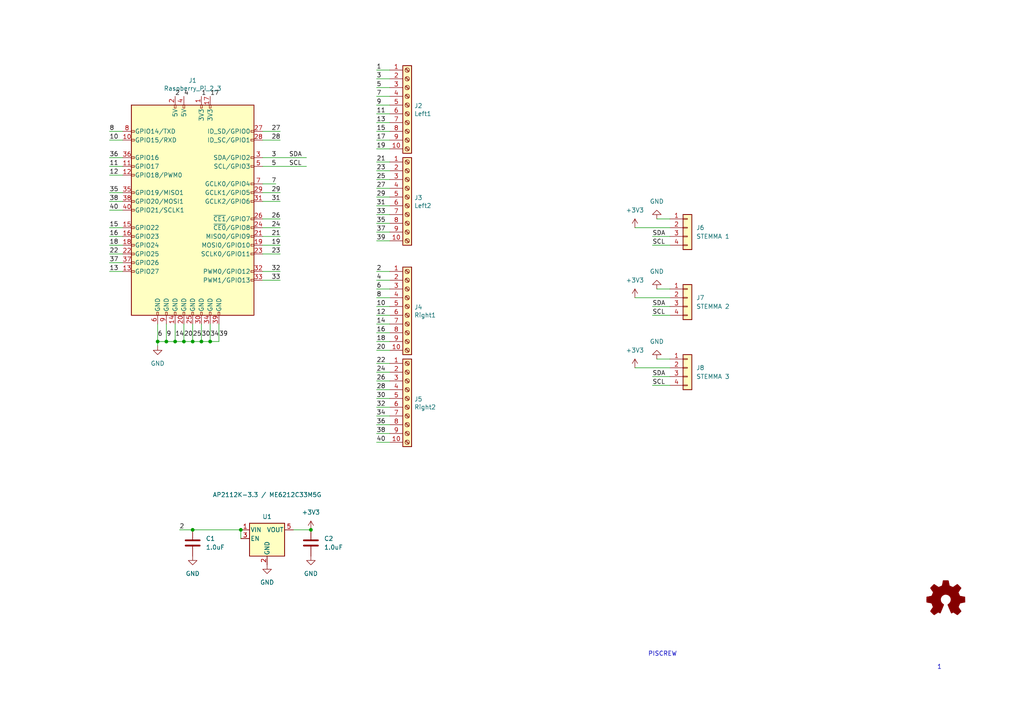
<source format=kicad_sch>
(kicad_sch (version 20211123) (generator eeschema)

  (uuid a690fc6c-55d9-47e6-b533-faa4b67e20f3)

  (paper "A4")

  (lib_symbols
    (symbol "Connector:Raspberry_Pi_2_3" (pin_names (offset 1.016)) (in_bom yes) (on_board yes)
      (property "Reference" "J" (id 0) (at -17.78 31.75 0)
        (effects (font (size 1.27 1.27)) (justify left bottom))
      )
      (property "Value" "Raspberry_Pi_2_3" (id 1) (at 10.16 -31.75 0)
        (effects (font (size 1.27 1.27)) (justify left top))
      )
      (property "Footprint" "" (id 2) (at 0 0 0)
        (effects (font (size 1.27 1.27)) hide)
      )
      (property "Datasheet" "https://www.raspberrypi.org/documentation/hardware/raspberrypi/schematics/rpi_SCH_3bplus_1p0_reduced.pdf" (id 3) (at 0 0 0)
        (effects (font (size 1.27 1.27)) hide)
      )
      (property "ki_keywords" "raspberrypi gpio" (id 4) (at 0 0 0)
        (effects (font (size 1.27 1.27)) hide)
      )
      (property "ki_description" "expansion header for Raspberry Pi 2 & 3" (id 5) (at 0 0 0)
        (effects (font (size 1.27 1.27)) hide)
      )
      (property "ki_fp_filters" "PinHeader*2x20*P2.54mm*Vertical* PinSocket*2x20*P2.54mm*Vertical*" (id 6) (at 0 0 0)
        (effects (font (size 1.27 1.27)) hide)
      )
      (symbol "Raspberry_Pi_2_3_0_1"
        (rectangle (start -17.78 30.48) (end 17.78 -30.48)
          (stroke (width 0.254) (type default) (color 0 0 0 0))
          (fill (type background))
        )
      )
      (symbol "Raspberry_Pi_2_3_1_1"
        (rectangle (start -16.891 -17.526) (end -17.78 -18.034)
          (stroke (width 0) (type default) (color 0 0 0 0))
          (fill (type none))
        )
        (rectangle (start -16.891 -14.986) (end -17.78 -15.494)
          (stroke (width 0) (type default) (color 0 0 0 0))
          (fill (type none))
        )
        (rectangle (start -16.891 -12.446) (end -17.78 -12.954)
          (stroke (width 0) (type default) (color 0 0 0 0))
          (fill (type none))
        )
        (rectangle (start -16.891 -9.906) (end -17.78 -10.414)
          (stroke (width 0) (type default) (color 0 0 0 0))
          (fill (type none))
        )
        (rectangle (start -16.891 -7.366) (end -17.78 -7.874)
          (stroke (width 0) (type default) (color 0 0 0 0))
          (fill (type none))
        )
        (rectangle (start -16.891 -4.826) (end -17.78 -5.334)
          (stroke (width 0) (type default) (color 0 0 0 0))
          (fill (type none))
        )
        (rectangle (start -16.891 0.254) (end -17.78 -0.254)
          (stroke (width 0) (type default) (color 0 0 0 0))
          (fill (type none))
        )
        (rectangle (start -16.891 2.794) (end -17.78 2.286)
          (stroke (width 0) (type default) (color 0 0 0 0))
          (fill (type none))
        )
        (rectangle (start -16.891 5.334) (end -17.78 4.826)
          (stroke (width 0) (type default) (color 0 0 0 0))
          (fill (type none))
        )
        (rectangle (start -16.891 10.414) (end -17.78 9.906)
          (stroke (width 0) (type default) (color 0 0 0 0))
          (fill (type none))
        )
        (rectangle (start -16.891 12.954) (end -17.78 12.446)
          (stroke (width 0) (type default) (color 0 0 0 0))
          (fill (type none))
        )
        (rectangle (start -16.891 15.494) (end -17.78 14.986)
          (stroke (width 0) (type default) (color 0 0 0 0))
          (fill (type none))
        )
        (rectangle (start -16.891 20.574) (end -17.78 20.066)
          (stroke (width 0) (type default) (color 0 0 0 0))
          (fill (type none))
        )
        (rectangle (start -16.891 23.114) (end -17.78 22.606)
          (stroke (width 0) (type default) (color 0 0 0 0))
          (fill (type none))
        )
        (rectangle (start -10.414 -29.591) (end -9.906 -30.48)
          (stroke (width 0) (type default) (color 0 0 0 0))
          (fill (type none))
        )
        (rectangle (start -7.874 -29.591) (end -7.366 -30.48)
          (stroke (width 0) (type default) (color 0 0 0 0))
          (fill (type none))
        )
        (rectangle (start -5.334 -29.591) (end -4.826 -30.48)
          (stroke (width 0) (type default) (color 0 0 0 0))
          (fill (type none))
        )
        (rectangle (start -5.334 30.48) (end -4.826 29.591)
          (stroke (width 0) (type default) (color 0 0 0 0))
          (fill (type none))
        )
        (rectangle (start -2.794 -29.591) (end -2.286 -30.48)
          (stroke (width 0) (type default) (color 0 0 0 0))
          (fill (type none))
        )
        (rectangle (start -2.794 30.48) (end -2.286 29.591)
          (stroke (width 0) (type default) (color 0 0 0 0))
          (fill (type none))
        )
        (rectangle (start -0.254 -29.591) (end 0.254 -30.48)
          (stroke (width 0) (type default) (color 0 0 0 0))
          (fill (type none))
        )
        (rectangle (start 2.286 -29.591) (end 2.794 -30.48)
          (stroke (width 0) (type default) (color 0 0 0 0))
          (fill (type none))
        )
        (rectangle (start 2.286 30.48) (end 2.794 29.591)
          (stroke (width 0) (type default) (color 0 0 0 0))
          (fill (type none))
        )
        (rectangle (start 4.826 -29.591) (end 5.334 -30.48)
          (stroke (width 0) (type default) (color 0 0 0 0))
          (fill (type none))
        )
        (rectangle (start 4.826 30.48) (end 5.334 29.591)
          (stroke (width 0) (type default) (color 0 0 0 0))
          (fill (type none))
        )
        (rectangle (start 7.366 -29.591) (end 7.874 -30.48)
          (stroke (width 0) (type default) (color 0 0 0 0))
          (fill (type none))
        )
        (rectangle (start 17.78 -20.066) (end 16.891 -20.574)
          (stroke (width 0) (type default) (color 0 0 0 0))
          (fill (type none))
        )
        (rectangle (start 17.78 -17.526) (end 16.891 -18.034)
          (stroke (width 0) (type default) (color 0 0 0 0))
          (fill (type none))
        )
        (rectangle (start 17.78 -12.446) (end 16.891 -12.954)
          (stroke (width 0) (type default) (color 0 0 0 0))
          (fill (type none))
        )
        (rectangle (start 17.78 -9.906) (end 16.891 -10.414)
          (stroke (width 0) (type default) (color 0 0 0 0))
          (fill (type none))
        )
        (rectangle (start 17.78 -7.366) (end 16.891 -7.874)
          (stroke (width 0) (type default) (color 0 0 0 0))
          (fill (type none))
        )
        (rectangle (start 17.78 -4.826) (end 16.891 -5.334)
          (stroke (width 0) (type default) (color 0 0 0 0))
          (fill (type none))
        )
        (rectangle (start 17.78 -2.286) (end 16.891 -2.794)
          (stroke (width 0) (type default) (color 0 0 0 0))
          (fill (type none))
        )
        (rectangle (start 17.78 2.794) (end 16.891 2.286)
          (stroke (width 0) (type default) (color 0 0 0 0))
          (fill (type none))
        )
        (rectangle (start 17.78 5.334) (end 16.891 4.826)
          (stroke (width 0) (type default) (color 0 0 0 0))
          (fill (type none))
        )
        (rectangle (start 17.78 7.874) (end 16.891 7.366)
          (stroke (width 0) (type default) (color 0 0 0 0))
          (fill (type none))
        )
        (rectangle (start 17.78 12.954) (end 16.891 12.446)
          (stroke (width 0) (type default) (color 0 0 0 0))
          (fill (type none))
        )
        (rectangle (start 17.78 15.494) (end 16.891 14.986)
          (stroke (width 0) (type default) (color 0 0 0 0))
          (fill (type none))
        )
        (rectangle (start 17.78 20.574) (end 16.891 20.066)
          (stroke (width 0) (type default) (color 0 0 0 0))
          (fill (type none))
        )
        (rectangle (start 17.78 23.114) (end 16.891 22.606)
          (stroke (width 0) (type default) (color 0 0 0 0))
          (fill (type none))
        )
        (pin power_in line (at 2.54 33.02 270) (length 2.54)
          (name "3V3" (effects (font (size 1.27 1.27))))
          (number "1" (effects (font (size 1.27 1.27))))
        )
        (pin bidirectional line (at -20.32 20.32 0) (length 2.54)
          (name "GPIO15/RXD" (effects (font (size 1.27 1.27))))
          (number "10" (effects (font (size 1.27 1.27))))
        )
        (pin bidirectional line (at -20.32 12.7 0) (length 2.54)
          (name "GPIO17" (effects (font (size 1.27 1.27))))
          (number "11" (effects (font (size 1.27 1.27))))
        )
        (pin bidirectional line (at -20.32 10.16 0) (length 2.54)
          (name "GPIO18/PWM0" (effects (font (size 1.27 1.27))))
          (number "12" (effects (font (size 1.27 1.27))))
        )
        (pin bidirectional line (at -20.32 -17.78 0) (length 2.54)
          (name "GPIO27" (effects (font (size 1.27 1.27))))
          (number "13" (effects (font (size 1.27 1.27))))
        )
        (pin power_in line (at -5.08 -33.02 90) (length 2.54)
          (name "GND" (effects (font (size 1.27 1.27))))
          (number "14" (effects (font (size 1.27 1.27))))
        )
        (pin bidirectional line (at -20.32 -5.08 0) (length 2.54)
          (name "GPIO22" (effects (font (size 1.27 1.27))))
          (number "15" (effects (font (size 1.27 1.27))))
        )
        (pin bidirectional line (at -20.32 -7.62 0) (length 2.54)
          (name "GPIO23" (effects (font (size 1.27 1.27))))
          (number "16" (effects (font (size 1.27 1.27))))
        )
        (pin power_in line (at 5.08 33.02 270) (length 2.54)
          (name "3V3" (effects (font (size 1.27 1.27))))
          (number "17" (effects (font (size 1.27 1.27))))
        )
        (pin bidirectional line (at -20.32 -10.16 0) (length 2.54)
          (name "GPIO24" (effects (font (size 1.27 1.27))))
          (number "18" (effects (font (size 1.27 1.27))))
        )
        (pin bidirectional line (at 20.32 -10.16 180) (length 2.54)
          (name "MOSI0/GPIO10" (effects (font (size 1.27 1.27))))
          (number "19" (effects (font (size 1.27 1.27))))
        )
        (pin power_in line (at -5.08 33.02 270) (length 2.54)
          (name "5V" (effects (font (size 1.27 1.27))))
          (number "2" (effects (font (size 1.27 1.27))))
        )
        (pin power_in line (at -2.54 -33.02 90) (length 2.54)
          (name "GND" (effects (font (size 1.27 1.27))))
          (number "20" (effects (font (size 1.27 1.27))))
        )
        (pin bidirectional line (at 20.32 -7.62 180) (length 2.54)
          (name "MISO0/GPIO9" (effects (font (size 1.27 1.27))))
          (number "21" (effects (font (size 1.27 1.27))))
        )
        (pin bidirectional line (at -20.32 -12.7 0) (length 2.54)
          (name "GPIO25" (effects (font (size 1.27 1.27))))
          (number "22" (effects (font (size 1.27 1.27))))
        )
        (pin bidirectional line (at 20.32 -12.7 180) (length 2.54)
          (name "SCLK0/GPIO11" (effects (font (size 1.27 1.27))))
          (number "23" (effects (font (size 1.27 1.27))))
        )
        (pin bidirectional line (at 20.32 -5.08 180) (length 2.54)
          (name "~{CE0}/GPIO8" (effects (font (size 1.27 1.27))))
          (number "24" (effects (font (size 1.27 1.27))))
        )
        (pin power_in line (at 0 -33.02 90) (length 2.54)
          (name "GND" (effects (font (size 1.27 1.27))))
          (number "25" (effects (font (size 1.27 1.27))))
        )
        (pin bidirectional line (at 20.32 -2.54 180) (length 2.54)
          (name "~{CE1}/GPIO7" (effects (font (size 1.27 1.27))))
          (number "26" (effects (font (size 1.27 1.27))))
        )
        (pin bidirectional line (at 20.32 22.86 180) (length 2.54)
          (name "ID_SD/GPIO0" (effects (font (size 1.27 1.27))))
          (number "27" (effects (font (size 1.27 1.27))))
        )
        (pin bidirectional line (at 20.32 20.32 180) (length 2.54)
          (name "ID_SC/GPIO1" (effects (font (size 1.27 1.27))))
          (number "28" (effects (font (size 1.27 1.27))))
        )
        (pin bidirectional line (at 20.32 5.08 180) (length 2.54)
          (name "GCLK1/GPIO5" (effects (font (size 1.27 1.27))))
          (number "29" (effects (font (size 1.27 1.27))))
        )
        (pin bidirectional line (at 20.32 15.24 180) (length 2.54)
          (name "SDA/GPIO2" (effects (font (size 1.27 1.27))))
          (number "3" (effects (font (size 1.27 1.27))))
        )
        (pin power_in line (at 2.54 -33.02 90) (length 2.54)
          (name "GND" (effects (font (size 1.27 1.27))))
          (number "30" (effects (font (size 1.27 1.27))))
        )
        (pin bidirectional line (at 20.32 2.54 180) (length 2.54)
          (name "GCLK2/GPIO6" (effects (font (size 1.27 1.27))))
          (number "31" (effects (font (size 1.27 1.27))))
        )
        (pin bidirectional line (at 20.32 -17.78 180) (length 2.54)
          (name "PWM0/GPIO12" (effects (font (size 1.27 1.27))))
          (number "32" (effects (font (size 1.27 1.27))))
        )
        (pin bidirectional line (at 20.32 -20.32 180) (length 2.54)
          (name "PWM1/GPIO13" (effects (font (size 1.27 1.27))))
          (number "33" (effects (font (size 1.27 1.27))))
        )
        (pin power_in line (at 5.08 -33.02 90) (length 2.54)
          (name "GND" (effects (font (size 1.27 1.27))))
          (number "34" (effects (font (size 1.27 1.27))))
        )
        (pin bidirectional line (at -20.32 5.08 0) (length 2.54)
          (name "GPIO19/MISO1" (effects (font (size 1.27 1.27))))
          (number "35" (effects (font (size 1.27 1.27))))
        )
        (pin bidirectional line (at -20.32 15.24 0) (length 2.54)
          (name "GPIO16" (effects (font (size 1.27 1.27))))
          (number "36" (effects (font (size 1.27 1.27))))
        )
        (pin bidirectional line (at -20.32 -15.24 0) (length 2.54)
          (name "GPIO26" (effects (font (size 1.27 1.27))))
          (number "37" (effects (font (size 1.27 1.27))))
        )
        (pin bidirectional line (at -20.32 2.54 0) (length 2.54)
          (name "GPIO20/MOSI1" (effects (font (size 1.27 1.27))))
          (number "38" (effects (font (size 1.27 1.27))))
        )
        (pin power_in line (at 7.62 -33.02 90) (length 2.54)
          (name "GND" (effects (font (size 1.27 1.27))))
          (number "39" (effects (font (size 1.27 1.27))))
        )
        (pin power_in line (at -2.54 33.02 270) (length 2.54)
          (name "5V" (effects (font (size 1.27 1.27))))
          (number "4" (effects (font (size 1.27 1.27))))
        )
        (pin bidirectional line (at -20.32 0 0) (length 2.54)
          (name "GPIO21/SCLK1" (effects (font (size 1.27 1.27))))
          (number "40" (effects (font (size 1.27 1.27))))
        )
        (pin bidirectional line (at 20.32 12.7 180) (length 2.54)
          (name "SCL/GPIO3" (effects (font (size 1.27 1.27))))
          (number "5" (effects (font (size 1.27 1.27))))
        )
        (pin power_in line (at -10.16 -33.02 90) (length 2.54)
          (name "GND" (effects (font (size 1.27 1.27))))
          (number "6" (effects (font (size 1.27 1.27))))
        )
        (pin bidirectional line (at 20.32 7.62 180) (length 2.54)
          (name "GCLK0/GPIO4" (effects (font (size 1.27 1.27))))
          (number "7" (effects (font (size 1.27 1.27))))
        )
        (pin bidirectional line (at -20.32 22.86 0) (length 2.54)
          (name "GPIO14/TXD" (effects (font (size 1.27 1.27))))
          (number "8" (effects (font (size 1.27 1.27))))
        )
        (pin power_in line (at -7.62 -33.02 90) (length 2.54)
          (name "GND" (effects (font (size 1.27 1.27))))
          (number "9" (effects (font (size 1.27 1.27))))
        )
      )
    )
    (symbol "Connector:Screw_Terminal_01x10" (pin_names (offset 1.016) hide) (in_bom yes) (on_board yes)
      (property "Reference" "J" (id 0) (at 0 12.7 0)
        (effects (font (size 1.27 1.27)))
      )
      (property "Value" "Screw_Terminal_01x10" (id 1) (at 0 -15.24 0)
        (effects (font (size 1.27 1.27)))
      )
      (property "Footprint" "" (id 2) (at 0 0 0)
        (effects (font (size 1.27 1.27)) hide)
      )
      (property "Datasheet" "~" (id 3) (at 0 0 0)
        (effects (font (size 1.27 1.27)) hide)
      )
      (property "ki_keywords" "screw terminal" (id 4) (at 0 0 0)
        (effects (font (size 1.27 1.27)) hide)
      )
      (property "ki_description" "Generic screw terminal, single row, 01x10, script generated (kicad-library-utils/schlib/autogen/connector/)" (id 5) (at 0 0 0)
        (effects (font (size 1.27 1.27)) hide)
      )
      (property "ki_fp_filters" "TerminalBlock*:*" (id 6) (at 0 0 0)
        (effects (font (size 1.27 1.27)) hide)
      )
      (symbol "Screw_Terminal_01x10_1_1"
        (rectangle (start -1.27 11.43) (end 1.27 -13.97)
          (stroke (width 0.254) (type default) (color 0 0 0 0))
          (fill (type background))
        )
        (circle (center 0 -12.7) (radius 0.635)
          (stroke (width 0.1524) (type default) (color 0 0 0 0))
          (fill (type none))
        )
        (circle (center 0 -10.16) (radius 0.635)
          (stroke (width 0.1524) (type default) (color 0 0 0 0))
          (fill (type none))
        )
        (circle (center 0 -7.62) (radius 0.635)
          (stroke (width 0.1524) (type default) (color 0 0 0 0))
          (fill (type none))
        )
        (circle (center 0 -5.08) (radius 0.635)
          (stroke (width 0.1524) (type default) (color 0 0 0 0))
          (fill (type none))
        )
        (circle (center 0 -2.54) (radius 0.635)
          (stroke (width 0.1524) (type default) (color 0 0 0 0))
          (fill (type none))
        )
        (polyline
          (pts
            (xy -0.5334 -12.3698)
            (xy 0.3302 -13.208)
          )
          (stroke (width 0.1524) (type default) (color 0 0 0 0))
          (fill (type none))
        )
        (polyline
          (pts
            (xy -0.5334 -9.8298)
            (xy 0.3302 -10.668)
          )
          (stroke (width 0.1524) (type default) (color 0 0 0 0))
          (fill (type none))
        )
        (polyline
          (pts
            (xy -0.5334 -7.2898)
            (xy 0.3302 -8.128)
          )
          (stroke (width 0.1524) (type default) (color 0 0 0 0))
          (fill (type none))
        )
        (polyline
          (pts
            (xy -0.5334 -4.7498)
            (xy 0.3302 -5.588)
          )
          (stroke (width 0.1524) (type default) (color 0 0 0 0))
          (fill (type none))
        )
        (polyline
          (pts
            (xy -0.5334 -2.2098)
            (xy 0.3302 -3.048)
          )
          (stroke (width 0.1524) (type default) (color 0 0 0 0))
          (fill (type none))
        )
        (polyline
          (pts
            (xy -0.5334 0.3302)
            (xy 0.3302 -0.508)
          )
          (stroke (width 0.1524) (type default) (color 0 0 0 0))
          (fill (type none))
        )
        (polyline
          (pts
            (xy -0.5334 2.8702)
            (xy 0.3302 2.032)
          )
          (stroke (width 0.1524) (type default) (color 0 0 0 0))
          (fill (type none))
        )
        (polyline
          (pts
            (xy -0.5334 5.4102)
            (xy 0.3302 4.572)
          )
          (stroke (width 0.1524) (type default) (color 0 0 0 0))
          (fill (type none))
        )
        (polyline
          (pts
            (xy -0.5334 7.9502)
            (xy 0.3302 7.112)
          )
          (stroke (width 0.1524) (type default) (color 0 0 0 0))
          (fill (type none))
        )
        (polyline
          (pts
            (xy -0.5334 10.4902)
            (xy 0.3302 9.652)
          )
          (stroke (width 0.1524) (type default) (color 0 0 0 0))
          (fill (type none))
        )
        (polyline
          (pts
            (xy -0.3556 -12.192)
            (xy 0.508 -13.0302)
          )
          (stroke (width 0.1524) (type default) (color 0 0 0 0))
          (fill (type none))
        )
        (polyline
          (pts
            (xy -0.3556 -9.652)
            (xy 0.508 -10.4902)
          )
          (stroke (width 0.1524) (type default) (color 0 0 0 0))
          (fill (type none))
        )
        (polyline
          (pts
            (xy -0.3556 -7.112)
            (xy 0.508 -7.9502)
          )
          (stroke (width 0.1524) (type default) (color 0 0 0 0))
          (fill (type none))
        )
        (polyline
          (pts
            (xy -0.3556 -4.572)
            (xy 0.508 -5.4102)
          )
          (stroke (width 0.1524) (type default) (color 0 0 0 0))
          (fill (type none))
        )
        (polyline
          (pts
            (xy -0.3556 -2.032)
            (xy 0.508 -2.8702)
          )
          (stroke (width 0.1524) (type default) (color 0 0 0 0))
          (fill (type none))
        )
        (polyline
          (pts
            (xy -0.3556 0.508)
            (xy 0.508 -0.3302)
          )
          (stroke (width 0.1524) (type default) (color 0 0 0 0))
          (fill (type none))
        )
        (polyline
          (pts
            (xy -0.3556 3.048)
            (xy 0.508 2.2098)
          )
          (stroke (width 0.1524) (type default) (color 0 0 0 0))
          (fill (type none))
        )
        (polyline
          (pts
            (xy -0.3556 5.588)
            (xy 0.508 4.7498)
          )
          (stroke (width 0.1524) (type default) (color 0 0 0 0))
          (fill (type none))
        )
        (polyline
          (pts
            (xy -0.3556 8.128)
            (xy 0.508 7.2898)
          )
          (stroke (width 0.1524) (type default) (color 0 0 0 0))
          (fill (type none))
        )
        (polyline
          (pts
            (xy -0.3556 10.668)
            (xy 0.508 9.8298)
          )
          (stroke (width 0.1524) (type default) (color 0 0 0 0))
          (fill (type none))
        )
        (circle (center 0 0) (radius 0.635)
          (stroke (width 0.1524) (type default) (color 0 0 0 0))
          (fill (type none))
        )
        (circle (center 0 2.54) (radius 0.635)
          (stroke (width 0.1524) (type default) (color 0 0 0 0))
          (fill (type none))
        )
        (circle (center 0 5.08) (radius 0.635)
          (stroke (width 0.1524) (type default) (color 0 0 0 0))
          (fill (type none))
        )
        (circle (center 0 7.62) (radius 0.635)
          (stroke (width 0.1524) (type default) (color 0 0 0 0))
          (fill (type none))
        )
        (circle (center 0 10.16) (radius 0.635)
          (stroke (width 0.1524) (type default) (color 0 0 0 0))
          (fill (type none))
        )
        (pin passive line (at -5.08 10.16 0) (length 3.81)
          (name "Pin_1" (effects (font (size 1.27 1.27))))
          (number "1" (effects (font (size 1.27 1.27))))
        )
        (pin passive line (at -5.08 -12.7 0) (length 3.81)
          (name "Pin_10" (effects (font (size 1.27 1.27))))
          (number "10" (effects (font (size 1.27 1.27))))
        )
        (pin passive line (at -5.08 7.62 0) (length 3.81)
          (name "Pin_2" (effects (font (size 1.27 1.27))))
          (number "2" (effects (font (size 1.27 1.27))))
        )
        (pin passive line (at -5.08 5.08 0) (length 3.81)
          (name "Pin_3" (effects (font (size 1.27 1.27))))
          (number "3" (effects (font (size 1.27 1.27))))
        )
        (pin passive line (at -5.08 2.54 0) (length 3.81)
          (name "Pin_4" (effects (font (size 1.27 1.27))))
          (number "4" (effects (font (size 1.27 1.27))))
        )
        (pin passive line (at -5.08 0 0) (length 3.81)
          (name "Pin_5" (effects (font (size 1.27 1.27))))
          (number "5" (effects (font (size 1.27 1.27))))
        )
        (pin passive line (at -5.08 -2.54 0) (length 3.81)
          (name "Pin_6" (effects (font (size 1.27 1.27))))
          (number "6" (effects (font (size 1.27 1.27))))
        )
        (pin passive line (at -5.08 -5.08 0) (length 3.81)
          (name "Pin_7" (effects (font (size 1.27 1.27))))
          (number "7" (effects (font (size 1.27 1.27))))
        )
        (pin passive line (at -5.08 -7.62 0) (length 3.81)
          (name "Pin_8" (effects (font (size 1.27 1.27))))
          (number "8" (effects (font (size 1.27 1.27))))
        )
        (pin passive line (at -5.08 -10.16 0) (length 3.81)
          (name "Pin_9" (effects (font (size 1.27 1.27))))
          (number "9" (effects (font (size 1.27 1.27))))
        )
      )
    )
    (symbol "Connector_Generic:Conn_01x04" (pin_names (offset 1.016) hide) (in_bom yes) (on_board yes)
      (property "Reference" "J" (id 0) (at 0 5.08 0)
        (effects (font (size 1.27 1.27)))
      )
      (property "Value" "Conn_01x04" (id 1) (at 0 -7.62 0)
        (effects (font (size 1.27 1.27)))
      )
      (property "Footprint" "" (id 2) (at 0 0 0)
        (effects (font (size 1.27 1.27)) hide)
      )
      (property "Datasheet" "~" (id 3) (at 0 0 0)
        (effects (font (size 1.27 1.27)) hide)
      )
      (property "ki_keywords" "connector" (id 4) (at 0 0 0)
        (effects (font (size 1.27 1.27)) hide)
      )
      (property "ki_description" "Generic connector, single row, 01x04, script generated (kicad-library-utils/schlib/autogen/connector/)" (id 5) (at 0 0 0)
        (effects (font (size 1.27 1.27)) hide)
      )
      (property "ki_fp_filters" "Connector*:*_1x??_*" (id 6) (at 0 0 0)
        (effects (font (size 1.27 1.27)) hide)
      )
      (symbol "Conn_01x04_1_1"
        (rectangle (start -1.27 -4.953) (end 0 -5.207)
          (stroke (width 0.1524) (type default) (color 0 0 0 0))
          (fill (type none))
        )
        (rectangle (start -1.27 -2.413) (end 0 -2.667)
          (stroke (width 0.1524) (type default) (color 0 0 0 0))
          (fill (type none))
        )
        (rectangle (start -1.27 0.127) (end 0 -0.127)
          (stroke (width 0.1524) (type default) (color 0 0 0 0))
          (fill (type none))
        )
        (rectangle (start -1.27 2.667) (end 0 2.413)
          (stroke (width 0.1524) (type default) (color 0 0 0 0))
          (fill (type none))
        )
        (rectangle (start -1.27 3.81) (end 1.27 -6.35)
          (stroke (width 0.254) (type default) (color 0 0 0 0))
          (fill (type background))
        )
        (pin passive line (at -5.08 2.54 0) (length 3.81)
          (name "Pin_1" (effects (font (size 1.27 1.27))))
          (number "1" (effects (font (size 1.27 1.27))))
        )
        (pin passive line (at -5.08 0 0) (length 3.81)
          (name "Pin_2" (effects (font (size 1.27 1.27))))
          (number "2" (effects (font (size 1.27 1.27))))
        )
        (pin passive line (at -5.08 -2.54 0) (length 3.81)
          (name "Pin_3" (effects (font (size 1.27 1.27))))
          (number "3" (effects (font (size 1.27 1.27))))
        )
        (pin passive line (at -5.08 -5.08 0) (length 3.81)
          (name "Pin_4" (effects (font (size 1.27 1.27))))
          (number "4" (effects (font (size 1.27 1.27))))
        )
      )
    )
    (symbol "Device:C" (pin_numbers hide) (pin_names (offset 0.254)) (in_bom yes) (on_board yes)
      (property "Reference" "C" (id 0) (at 0.635 2.54 0)
        (effects (font (size 1.27 1.27)) (justify left))
      )
      (property "Value" "C" (id 1) (at 0.635 -2.54 0)
        (effects (font (size 1.27 1.27)) (justify left))
      )
      (property "Footprint" "" (id 2) (at 0.9652 -3.81 0)
        (effects (font (size 1.27 1.27)) hide)
      )
      (property "Datasheet" "~" (id 3) (at 0 0 0)
        (effects (font (size 1.27 1.27)) hide)
      )
      (property "ki_keywords" "cap capacitor" (id 4) (at 0 0 0)
        (effects (font (size 1.27 1.27)) hide)
      )
      (property "ki_description" "Unpolarized capacitor" (id 5) (at 0 0 0)
        (effects (font (size 1.27 1.27)) hide)
      )
      (property "ki_fp_filters" "C_*" (id 6) (at 0 0 0)
        (effects (font (size 1.27 1.27)) hide)
      )
      (symbol "C_0_1"
        (polyline
          (pts
            (xy -2.032 -0.762)
            (xy 2.032 -0.762)
          )
          (stroke (width 0.508) (type default) (color 0 0 0 0))
          (fill (type none))
        )
        (polyline
          (pts
            (xy -2.032 0.762)
            (xy 2.032 0.762)
          )
          (stroke (width 0.508) (type default) (color 0 0 0 0))
          (fill (type none))
        )
      )
      (symbol "C_1_1"
        (pin passive line (at 0 3.81 270) (length 2.794)
          (name "~" (effects (font (size 1.27 1.27))))
          (number "1" (effects (font (size 1.27 1.27))))
        )
        (pin passive line (at 0 -3.81 90) (length 2.794)
          (name "~" (effects (font (size 1.27 1.27))))
          (number "2" (effects (font (size 1.27 1.27))))
        )
      )
    )
    (symbol "Graphic:Logo_Open_Hardware_Small" (pin_names (offset 1.016)) (in_bom yes) (on_board yes)
      (property "Reference" "#LOGO" (id 0) (at 0 6.985 0)
        (effects (font (size 1.27 1.27)) hide)
      )
      (property "Value" "Logo_Open_Hardware_Small" (id 1) (at 0 -5.715 0)
        (effects (font (size 1.27 1.27)) hide)
      )
      (property "Footprint" "" (id 2) (at 0 0 0)
        (effects (font (size 1.27 1.27)) hide)
      )
      (property "Datasheet" "~" (id 3) (at 0 0 0)
        (effects (font (size 1.27 1.27)) hide)
      )
      (property "ki_keywords" "Logo" (id 4) (at 0 0 0)
        (effects (font (size 1.27 1.27)) hide)
      )
      (property "ki_description" "Open Hardware logo, small" (id 5) (at 0 0 0)
        (effects (font (size 1.27 1.27)) hide)
      )
      (symbol "Logo_Open_Hardware_Small_0_1"
        (polyline
          (pts
            (xy 3.3528 -4.3434)
            (xy 3.302 -4.318)
            (xy 3.175 -4.2418)
            (xy 2.9972 -4.1148)
            (xy 2.7686 -3.9624)
            (xy 2.54 -3.81)
            (xy 2.3622 -3.7084)
            (xy 2.2352 -3.6068)
            (xy 2.1844 -3.5814)
            (xy 2.159 -3.6068)
            (xy 2.0574 -3.6576)
            (xy 1.905 -3.7338)
            (xy 1.8034 -3.7846)
            (xy 1.6764 -3.8354)
            (xy 1.6002 -3.8354)
            (xy 1.6002 -3.8354)
            (xy 1.5494 -3.7338)
            (xy 1.4732 -3.5306)
            (xy 1.3462 -3.302)
            (xy 1.2446 -3.0226)
            (xy 1.1176 -2.7178)
            (xy 0.9652 -2.413)
            (xy 0.8636 -2.1082)
            (xy 0.7366 -1.8288)
            (xy 0.6604 -1.6256)
            (xy 0.6096 -1.4732)
            (xy 0.5842 -1.397)
            (xy 0.5842 -1.397)
            (xy 0.6604 -1.3208)
            (xy 0.7874 -1.2446)
            (xy 1.0414 -1.016)
            (xy 1.2954 -0.6858)
            (xy 1.4478 -0.3302)
            (xy 1.524 0.0762)
            (xy 1.4732 0.4572)
            (xy 1.3208 0.8128)
            (xy 1.0668 1.143)
            (xy 0.762 1.3716)
            (xy 0.4064 1.524)
            (xy 0 1.5748)
            (xy -0.381 1.5494)
            (xy -0.7366 1.397)
            (xy -1.0668 1.143)
            (xy -1.2192 0.9906)
            (xy -1.397 0.6604)
            (xy -1.524 0.3048)
            (xy -1.524 0.2286)
            (xy -1.4986 -0.1778)
            (xy -1.397 -0.5334)
            (xy -1.1938 -0.8636)
            (xy -0.9144 -1.143)
            (xy -0.8636 -1.1684)
            (xy -0.7366 -1.27)
            (xy -0.635 -1.3462)
            (xy -0.5842 -1.397)
            (xy -1.0668 -2.5908)
            (xy -1.143 -2.794)
            (xy -1.2954 -3.1242)
            (xy -1.397 -3.4036)
            (xy -1.4986 -3.6322)
            (xy -1.5748 -3.7846)
            (xy -1.6002 -3.8354)
            (xy -1.6002 -3.8354)
            (xy -1.651 -3.8354)
            (xy -1.7272 -3.81)
            (xy -1.905 -3.7338)
            (xy -2.0066 -3.683)
            (xy -2.1336 -3.6068)
            (xy -2.2098 -3.5814)
            (xy -2.2606 -3.6068)
            (xy -2.3622 -3.683)
            (xy -2.54 -3.81)
            (xy -2.7686 -3.9624)
            (xy -2.9718 -4.0894)
            (xy -3.1496 -4.2164)
            (xy -3.302 -4.318)
            (xy -3.3528 -4.3434)
            (xy -3.3782 -4.3434)
            (xy -3.429 -4.318)
            (xy -3.5306 -4.2164)
            (xy -3.7084 -4.064)
            (xy -3.937 -3.8354)
            (xy -3.9624 -3.81)
            (xy -4.1656 -3.6068)
            (xy -4.318 -3.4544)
            (xy -4.4196 -3.3274)
            (xy -4.445 -3.2766)
            (xy -4.445 -3.2766)
            (xy -4.4196 -3.2258)
            (xy -4.318 -3.0734)
            (xy -4.2164 -2.8956)
            (xy -4.064 -2.667)
            (xy -3.6576 -2.0828)
            (xy -3.8862 -1.5494)
            (xy -3.937 -1.3716)
            (xy -4.0386 -1.1684)
            (xy -4.0894 -1.0414)
            (xy -4.1148 -0.9652)
            (xy -4.191 -0.9398)
            (xy -4.318 -0.9144)
            (xy -4.5466 -0.8636)
            (xy -4.8006 -0.8128)
            (xy -5.0546 -0.7874)
            (xy -5.2578 -0.7366)
            (xy -5.4356 -0.7112)
            (xy -5.5118 -0.6858)
            (xy -5.5118 -0.6858)
            (xy -5.5372 -0.635)
            (xy -5.5372 -0.5588)
            (xy -5.5372 -0.4318)
            (xy -5.5626 -0.2286)
            (xy -5.5626 0.0762)
            (xy -5.5626 0.127)
            (xy -5.5372 0.4064)
            (xy -5.5372 0.635)
            (xy -5.5372 0.762)
            (xy -5.5372 0.8382)
            (xy -5.5372 0.8382)
            (xy -5.461 0.8382)
            (xy -5.3086 0.889)
            (xy -5.08 0.9144)
            (xy -4.826 0.9652)
            (xy -4.8006 0.9906)
            (xy -4.5466 1.0414)
            (xy -4.318 1.0668)
            (xy -4.1656 1.1176)
            (xy -4.0894 1.143)
            (xy -4.0894 1.143)
            (xy -4.0386 1.2446)
            (xy -3.9624 1.4224)
            (xy -3.8608 1.6256)
            (xy -3.7846 1.8288)
            (xy -3.7084 2.0066)
            (xy -3.6576 2.159)
            (xy -3.6322 2.2098)
            (xy -3.6322 2.2098)
            (xy -3.683 2.286)
            (xy -3.7592 2.413)
            (xy -3.8862 2.5908)
            (xy -4.064 2.8194)
            (xy -4.064 2.8448)
            (xy -4.2164 3.0734)
            (xy -4.3434 3.2512)
            (xy -4.4196 3.3782)
            (xy -4.445 3.4544)
            (xy -4.445 3.4544)
            (xy -4.3942 3.5052)
            (xy -4.2926 3.6322)
            (xy -4.1148 3.81)
            (xy -3.937 4.0132)
            (xy -3.8608 4.064)
            (xy -3.6576 4.2926)
            (xy -3.5052 4.4196)
            (xy -3.4036 4.4958)
            (xy -3.3528 4.5212)
            (xy -3.3528 4.5212)
            (xy -3.302 4.4704)
            (xy -3.1496 4.3688)
            (xy -2.9718 4.2418)
            (xy -2.7432 4.0894)
            (xy -2.7178 4.0894)
            (xy -2.4892 3.937)
            (xy -2.3114 3.81)
            (xy -2.1844 3.7084)
            (xy -2.1336 3.683)
            (xy -2.1082 3.683)
            (xy -2.032 3.7084)
            (xy -1.8542 3.7592)
            (xy -1.6764 3.8354)
            (xy -1.4732 3.937)
            (xy -1.27 4.0132)
            (xy -1.143 4.064)
            (xy -1.0668 4.1148)
            (xy -1.0668 4.1148)
            (xy -1.0414 4.191)
            (xy -1.016 4.3434)
            (xy -0.9652 4.572)
            (xy -0.9144 4.8514)
            (xy -0.889 4.9022)
            (xy -0.8382 5.1562)
            (xy -0.8128 5.3848)
            (xy -0.7874 5.5372)
            (xy -0.762 5.588)
            (xy -0.7112 5.6134)
            (xy -0.5842 5.6134)
            (xy -0.4064 5.6134)
            (xy -0.1524 5.6134)
            (xy 0.0762 5.6134)
            (xy 0.3302 5.6134)
            (xy 0.5334 5.6134)
            (xy 0.6858 5.588)
            (xy 0.7366 5.588)
            (xy 0.7366 5.588)
            (xy 0.762 5.5118)
            (xy 0.8128 5.334)
            (xy 0.8382 5.1054)
            (xy 0.9144 4.826)
            (xy 0.9144 4.7752)
            (xy 0.9652 4.5212)
            (xy 1.016 4.2926)
            (xy 1.0414 4.1402)
            (xy 1.0668 4.0894)
            (xy 1.0668 4.0894)
            (xy 1.1938 4.0386)
            (xy 1.3716 3.9624)
            (xy 1.5748 3.8608)
            (xy 2.0828 3.6576)
            (xy 2.7178 4.0894)
            (xy 2.7686 4.1402)
            (xy 2.9972 4.2926)
            (xy 3.175 4.4196)
            (xy 3.302 4.4958)
            (xy 3.3782 4.5212)
            (xy 3.3782 4.5212)
            (xy 3.429 4.4704)
            (xy 3.556 4.3434)
            (xy 3.7338 4.191)
            (xy 3.9116 3.9878)
            (xy 4.064 3.8354)
            (xy 4.2418 3.6576)
            (xy 4.3434 3.556)
            (xy 4.4196 3.4798)
            (xy 4.4196 3.429)
            (xy 4.4196 3.4036)
            (xy 4.3942 3.3274)
            (xy 4.2926 3.2004)
            (xy 4.1656 2.9972)
            (xy 4.0132 2.794)
            (xy 3.8862 2.5908)
            (xy 3.7592 2.3876)
            (xy 3.6576 2.2352)
            (xy 3.6322 2.159)
            (xy 3.6322 2.1336)
            (xy 3.683 2.0066)
            (xy 3.7592 1.8288)
            (xy 3.8608 1.6002)
            (xy 4.064 1.1176)
            (xy 4.3942 1.0414)
            (xy 4.5974 1.016)
            (xy 4.8768 0.9652)
            (xy 5.1308 0.9144)
            (xy 5.5372 0.8382)
            (xy 5.5626 -0.6604)
            (xy 5.4864 -0.6858)
            (xy 5.4356 -0.6858)
            (xy 5.2832 -0.7366)
            (xy 5.0546 -0.762)
            (xy 4.8006 -0.8128)
            (xy 4.5974 -0.8636)
            (xy 4.3688 -0.9144)
            (xy 4.2164 -0.9398)
            (xy 4.1402 -0.9398)
            (xy 4.1148 -0.9652)
            (xy 4.064 -1.0668)
            (xy 3.9878 -1.2446)
            (xy 3.9116 -1.4478)
            (xy 3.81 -1.651)
            (xy 3.7338 -1.8542)
            (xy 3.683 -2.0066)
            (xy 3.6576 -2.0828)
            (xy 3.683 -2.1336)
            (xy 3.7846 -2.2606)
            (xy 3.8862 -2.4638)
            (xy 4.0386 -2.667)
            (xy 4.191 -2.8956)
            (xy 4.318 -3.0734)
            (xy 4.3942 -3.2004)
            (xy 4.445 -3.2766)
            (xy 4.4196 -3.3274)
            (xy 4.3434 -3.429)
            (xy 4.1656 -3.5814)
            (xy 3.937 -3.8354)
            (xy 3.8862 -3.8608)
            (xy 3.683 -4.064)
            (xy 3.5306 -4.2164)
            (xy 3.4036 -4.318)
            (xy 3.3528 -4.3434)
          )
          (stroke (width 0) (type default) (color 0 0 0 0))
          (fill (type outline))
        )
      )
    )
    (symbol "Regulator_Linear:AP2112K-3.3" (pin_names (offset 0.254)) (in_bom yes) (on_board yes)
      (property "Reference" "U" (id 0) (at -5.08 5.715 0)
        (effects (font (size 1.27 1.27)) (justify left))
      )
      (property "Value" "AP2112K-3.3" (id 1) (at 0 5.715 0)
        (effects (font (size 1.27 1.27)) (justify left))
      )
      (property "Footprint" "Package_TO_SOT_SMD:SOT-23-5" (id 2) (at 0 8.255 0)
        (effects (font (size 1.27 1.27)) hide)
      )
      (property "Datasheet" "https://www.diodes.com/assets/Datasheets/AP2112.pdf" (id 3) (at 0 2.54 0)
        (effects (font (size 1.27 1.27)) hide)
      )
      (property "ki_keywords" "linear regulator ldo fixed positive" (id 4) (at 0 0 0)
        (effects (font (size 1.27 1.27)) hide)
      )
      (property "ki_description" "600mA low dropout linear regulator, with enable pin, 3.8V-6V input voltage range, 3.3V fixed positive output, SOT-23-5" (id 5) (at 0 0 0)
        (effects (font (size 1.27 1.27)) hide)
      )
      (property "ki_fp_filters" "SOT?23?5*" (id 6) (at 0 0 0)
        (effects (font (size 1.27 1.27)) hide)
      )
      (symbol "AP2112K-3.3_0_1"
        (rectangle (start -5.08 4.445) (end 5.08 -5.08)
          (stroke (width 0.254) (type default) (color 0 0 0 0))
          (fill (type background))
        )
      )
      (symbol "AP2112K-3.3_1_1"
        (pin power_in line (at -7.62 2.54 0) (length 2.54)
          (name "VIN" (effects (font (size 1.27 1.27))))
          (number "1" (effects (font (size 1.27 1.27))))
        )
        (pin power_in line (at 0 -7.62 90) (length 2.54)
          (name "GND" (effects (font (size 1.27 1.27))))
          (number "2" (effects (font (size 1.27 1.27))))
        )
        (pin input line (at -7.62 0 0) (length 2.54)
          (name "EN" (effects (font (size 1.27 1.27))))
          (number "3" (effects (font (size 1.27 1.27))))
        )
        (pin no_connect line (at 5.08 0 180) (length 2.54) hide
          (name "NC" (effects (font (size 1.27 1.27))))
          (number "4" (effects (font (size 1.27 1.27))))
        )
        (pin power_out line (at 7.62 2.54 180) (length 2.54)
          (name "VOUT" (effects (font (size 1.27 1.27))))
          (number "5" (effects (font (size 1.27 1.27))))
        )
      )
    )
    (symbol "power:+3.3V" (power) (pin_names (offset 0)) (in_bom yes) (on_board yes)
      (property "Reference" "#PWR" (id 0) (at 0 -3.81 0)
        (effects (font (size 1.27 1.27)) hide)
      )
      (property "Value" "+3.3V" (id 1) (at 0 3.556 0)
        (effects (font (size 1.27 1.27)))
      )
      (property "Footprint" "" (id 2) (at 0 0 0)
        (effects (font (size 1.27 1.27)) hide)
      )
      (property "Datasheet" "" (id 3) (at 0 0 0)
        (effects (font (size 1.27 1.27)) hide)
      )
      (property "ki_keywords" "power-flag" (id 4) (at 0 0 0)
        (effects (font (size 1.27 1.27)) hide)
      )
      (property "ki_description" "Power symbol creates a global label with name \"+3.3V\"" (id 5) (at 0 0 0)
        (effects (font (size 1.27 1.27)) hide)
      )
      (symbol "+3.3V_0_1"
        (polyline
          (pts
            (xy -0.762 1.27)
            (xy 0 2.54)
          )
          (stroke (width 0) (type default) (color 0 0 0 0))
          (fill (type none))
        )
        (polyline
          (pts
            (xy 0 0)
            (xy 0 2.54)
          )
          (stroke (width 0) (type default) (color 0 0 0 0))
          (fill (type none))
        )
        (polyline
          (pts
            (xy 0 2.54)
            (xy 0.762 1.27)
          )
          (stroke (width 0) (type default) (color 0 0 0 0))
          (fill (type none))
        )
      )
      (symbol "+3.3V_1_1"
        (pin power_in line (at 0 0 90) (length 0) hide
          (name "+3V3" (effects (font (size 1.27 1.27))))
          (number "1" (effects (font (size 1.27 1.27))))
        )
      )
    )
    (symbol "power:GND" (power) (pin_names (offset 0)) (in_bom yes) (on_board yes)
      (property "Reference" "#PWR" (id 0) (at 0 -6.35 0)
        (effects (font (size 1.27 1.27)) hide)
      )
      (property "Value" "GND" (id 1) (at 0 -3.81 0)
        (effects (font (size 1.27 1.27)))
      )
      (property "Footprint" "" (id 2) (at 0 0 0)
        (effects (font (size 1.27 1.27)) hide)
      )
      (property "Datasheet" "" (id 3) (at 0 0 0)
        (effects (font (size 1.27 1.27)) hide)
      )
      (property "ki_keywords" "power-flag" (id 4) (at 0 0 0)
        (effects (font (size 1.27 1.27)) hide)
      )
      (property "ki_description" "Power symbol creates a global label with name \"GND\" , ground" (id 5) (at 0 0 0)
        (effects (font (size 1.27 1.27)) hide)
      )
      (symbol "GND_0_1"
        (polyline
          (pts
            (xy 0 0)
            (xy 0 -1.27)
            (xy 1.27 -1.27)
            (xy 0 -2.54)
            (xy -1.27 -1.27)
            (xy 0 -1.27)
          )
          (stroke (width 0) (type default) (color 0 0 0 0))
          (fill (type none))
        )
      )
      (symbol "GND_1_1"
        (pin power_in line (at 0 0 270) (length 0) hide
          (name "GND" (effects (font (size 1.27 1.27))))
          (number "1" (effects (font (size 1.27 1.27))))
        )
      )
    )
  )

  (junction (at 48.26 99.06) (diameter 0) (color 0 0 0 0)
    (uuid 0a6eb34b-95bf-46f8-ae08-4f720a850b5a)
  )
  (junction (at 60.96 99.06) (diameter 0) (color 0 0 0 0)
    (uuid 1b719d21-d0f3-4c58-9008-3e3e02f9c117)
  )
  (junction (at 45.72 99.06) (diameter 0) (color 0 0 0 0)
    (uuid 1c8ded7d-689d-459a-b450-dfe6f7f320c6)
  )
  (junction (at 69.85 153.67) (diameter 0) (color 0 0 0 0)
    (uuid 201db6f7-7200-4382-b4d7-8372ba86c8b6)
  )
  (junction (at 50.8 99.06) (diameter 0) (color 0 0 0 0)
    (uuid 699afc08-78eb-4636-b4a4-63abba40d0e7)
  )
  (junction (at 58.42 99.06) (diameter 0) (color 0 0 0 0)
    (uuid 9b0aa08a-9248-43fa-9ec8-26aa19475a46)
  )
  (junction (at 55.88 99.06) (diameter 0) (color 0 0 0 0)
    (uuid ae5930c6-3939-4929-b457-eb1482b556a2)
  )
  (junction (at 53.34 99.06) (diameter 0) (color 0 0 0 0)
    (uuid bd986f73-2fed-4356-8a3e-6502f71deb86)
  )
  (junction (at 55.88 153.67) (diameter 0) (color 0 0 0 0)
    (uuid c54d8937-374d-41d0-a603-2d8bbce57f88)
  )
  (junction (at 90.17 153.67) (diameter 0) (color 0 0 0 0)
    (uuid dac1bfd6-0fa9-454c-a94f-8a36ccf91894)
  )

  (wire (pts (xy 53.34 93.98) (xy 53.34 99.06))
    (stroke (width 0) (type default) (color 0 0 0 0))
    (uuid 0217dfc4-fc13-4699-99ad-d9948522648e)
  )
  (wire (pts (xy 45.72 99.06) (xy 45.72 100.33))
    (stroke (width 0) (type default) (color 0 0 0 0))
    (uuid 02b42d26-023b-4a7b-bd94-f95cfdc45f98)
  )
  (wire (pts (xy 113.03 20.32) (xy 109.22 20.32))
    (stroke (width 0) (type default) (color 0 0 0 0))
    (uuid 0c3dceba-7c95-4b3d-b590-0eb581444beb)
  )
  (wire (pts (xy 81.28 68.58) (xy 76.2 68.58))
    (stroke (width 0) (type default) (color 0 0 0 0))
    (uuid 12422a89-3d0c-485c-9386-f77121fd68fd)
  )
  (wire (pts (xy 113.03 88.9) (xy 109.22 88.9))
    (stroke (width 0) (type default) (color 0 0 0 0))
    (uuid 14769dc5-8525-4984-8b15-a734ee247efa)
  )
  (wire (pts (xy 113.03 38.1) (xy 109.22 38.1))
    (stroke (width 0) (type default) (color 0 0 0 0))
    (uuid 16a9ae8c-3ad2-439b-8efe-377c994670c7)
  )
  (wire (pts (xy 113.03 59.69) (xy 109.22 59.69))
    (stroke (width 0) (type default) (color 0 0 0 0))
    (uuid 182b2d54-931d-49d6-9f39-60a752623e36)
  )
  (wire (pts (xy 189.23 91.44) (xy 194.31 91.44))
    (stroke (width 0) (type default) (color 0 0 0 0))
    (uuid 18d2d2f7-3fe5-4321-8e28-6070fea5117f)
  )
  (wire (pts (xy 113.03 91.44) (xy 109.22 91.44))
    (stroke (width 0) (type default) (color 0 0 0 0))
    (uuid 19c56563-5fe3-442a-885b-418dbc2421eb)
  )
  (wire (pts (xy 81.28 63.5) (xy 76.2 63.5))
    (stroke (width 0) (type default) (color 0 0 0 0))
    (uuid 1a6d2848-e78e-49fe-8978-e1890f07836f)
  )
  (wire (pts (xy 85.09 153.67) (xy 90.17 153.67))
    (stroke (width 0) (type default) (color 0 0 0 0))
    (uuid 1adafeda-80e4-4bbb-8f4d-f2c56d748a8f)
  )
  (wire (pts (xy 60.96 93.98) (xy 60.96 99.06))
    (stroke (width 0) (type default) (color 0 0 0 0))
    (uuid 1d9cdadc-9036-4a95-b6db-fa7b3b74c869)
  )
  (wire (pts (xy 35.56 66.04) (xy 31.75 66.04))
    (stroke (width 0) (type default) (color 0 0 0 0))
    (uuid 1e8701fc-ad24-40ea-846a-e3db538d6077)
  )
  (wire (pts (xy 113.03 93.98) (xy 109.22 93.98))
    (stroke (width 0) (type default) (color 0 0 0 0))
    (uuid 21ae9c3a-7138-444e-be38-56a4842ab594)
  )
  (wire (pts (xy 184.15 66.04) (xy 194.31 66.04))
    (stroke (width 0) (type default) (color 0 0 0 0))
    (uuid 2318f5cd-bc5d-4e3c-ac25-baf296cdac83)
  )
  (wire (pts (xy 81.28 38.1) (xy 76.2 38.1))
    (stroke (width 0) (type default) (color 0 0 0 0))
    (uuid 24f7628d-681d-4f0e-8409-40a129e929d9)
  )
  (wire (pts (xy 55.88 99.06) (xy 58.42 99.06))
    (stroke (width 0) (type default) (color 0 0 0 0))
    (uuid 254a46fd-80de-4aab-9a9a-0d2b64d9df64)
  )
  (wire (pts (xy 35.56 60.96) (xy 31.75 60.96))
    (stroke (width 0) (type default) (color 0 0 0 0))
    (uuid 25d545dc-8f50-4573-922c-35ef5a2a3a19)
  )
  (wire (pts (xy 113.03 113.03) (xy 109.22 113.03))
    (stroke (width 0) (type default) (color 0 0 0 0))
    (uuid 275aa44a-b61f-489f-9e2a-819a0fe0d1eb)
  )
  (wire (pts (xy 113.03 64.77) (xy 109.22 64.77))
    (stroke (width 0) (type default) (color 0 0 0 0))
    (uuid 2dc272bd-3aa2-45b5-889d-1d3c8aac80f8)
  )
  (wire (pts (xy 45.72 93.98) (xy 45.72 99.06))
    (stroke (width 0) (type default) (color 0 0 0 0))
    (uuid 2f215f15-3d52-4c91-93e6-3ea03a95622f)
  )
  (wire (pts (xy 45.72 99.06) (xy 48.26 99.06))
    (stroke (width 0) (type default) (color 0 0 0 0))
    (uuid 325e36c6-7d94-40c4-ab26-7c4e41bab2c6)
  )
  (wire (pts (xy 113.03 123.19) (xy 109.22 123.19))
    (stroke (width 0) (type default) (color 0 0 0 0))
    (uuid 37e8181c-a81e-498b-b2e2-0aef0c391059)
  )
  (wire (pts (xy 81.28 40.64) (xy 76.2 40.64))
    (stroke (width 0) (type default) (color 0 0 0 0))
    (uuid 3e903008-0276-4a73-8edb-5d9dfde6297c)
  )
  (wire (pts (xy 81.28 73.66) (xy 76.2 73.66))
    (stroke (width 0) (type default) (color 0 0 0 0))
    (uuid 40165eda-4ba6-4565-9bb4-b9df6dbb08da)
  )
  (wire (pts (xy 35.56 76.2) (xy 31.75 76.2))
    (stroke (width 0) (type default) (color 0 0 0 0))
    (uuid 40976bf0-19de-460f-ad64-224d4f51e16b)
  )
  (wire (pts (xy 63.5 93.98) (xy 63.5 99.06))
    (stroke (width 0) (type default) (color 0 0 0 0))
    (uuid 4104fc33-aa2b-4593-8c22-b13526feeb10)
  )
  (wire (pts (xy 81.28 55.88) (xy 76.2 55.88))
    (stroke (width 0) (type default) (color 0 0 0 0))
    (uuid 45008225-f50f-4d6b-b508-6730a9408caf)
  )
  (wire (pts (xy 81.28 81.28) (xy 76.2 81.28))
    (stroke (width 0) (type default) (color 0 0 0 0))
    (uuid 4780a290-d25c-4459-9579-eba3f7678762)
  )
  (wire (pts (xy 190.5 104.14) (xy 194.31 104.14))
    (stroke (width 0) (type default) (color 0 0 0 0))
    (uuid 50e6b88c-1bd3-4928-86fd-758de4de04a3)
  )
  (wire (pts (xy 113.03 62.23) (xy 109.22 62.23))
    (stroke (width 0) (type default) (color 0 0 0 0))
    (uuid 5114c7bf-b955-49f3-a0a8-4b954c81bde0)
  )
  (wire (pts (xy 58.42 99.06) (xy 60.96 99.06))
    (stroke (width 0) (type default) (color 0 0 0 0))
    (uuid 57af79f7-483c-47e8-a302-7e68c2bf1344)
  )
  (wire (pts (xy 113.03 107.95) (xy 109.22 107.95))
    (stroke (width 0) (type default) (color 0 0 0 0))
    (uuid 57c0c267-8bf9-4cc7-b734-d71a239ac313)
  )
  (wire (pts (xy 113.03 78.74) (xy 109.22 78.74))
    (stroke (width 0) (type default) (color 0 0 0 0))
    (uuid 5bcace5d-edd0-4e19-92d0-835e43cf8eb2)
  )
  (wire (pts (xy 113.03 110.49) (xy 109.22 110.49))
    (stroke (width 0) (type default) (color 0 0 0 0))
    (uuid 5ca4be1c-537e-4a4a-b344-d0c8ffde8546)
  )
  (wire (pts (xy 76.2 48.26) (xy 88.9 48.26))
    (stroke (width 0) (type default) (color 0 0 0 0))
    (uuid 6475547d-3216-45a4-a15c-48314f1dd0f9)
  )
  (wire (pts (xy 113.03 30.48) (xy 109.22 30.48))
    (stroke (width 0) (type default) (color 0 0 0 0))
    (uuid 6595b9c7-02ee-4647-bde5-6b566e35163e)
  )
  (wire (pts (xy 113.03 125.73) (xy 109.22 125.73))
    (stroke (width 0) (type default) (color 0 0 0 0))
    (uuid 676efd2f-1c48-4786-9e4b-2444f1e8f6ff)
  )
  (wire (pts (xy 58.42 93.98) (xy 58.42 99.06))
    (stroke (width 0) (type default) (color 0 0 0 0))
    (uuid 6bfe5804-2ef9-4c65-b2a7-f01e4014370a)
  )
  (wire (pts (xy 113.03 67.31) (xy 109.22 67.31))
    (stroke (width 0) (type default) (color 0 0 0 0))
    (uuid 6c2d26bc-6eca-436c-8025-79f817bf57d6)
  )
  (wire (pts (xy 113.03 115.57) (xy 109.22 115.57))
    (stroke (width 0) (type default) (color 0 0 0 0))
    (uuid 6c67e4f6-9d04-4539-b356-b76e915ce848)
  )
  (wire (pts (xy 113.03 83.82) (xy 109.22 83.82))
    (stroke (width 0) (type default) (color 0 0 0 0))
    (uuid 6ec113ca-7d27-4b14-a180-1e5e2fd1c167)
  )
  (wire (pts (xy 53.34 99.06) (xy 55.88 99.06))
    (stroke (width 0) (type default) (color 0 0 0 0))
    (uuid 71d1d006-3752-48dc-b3ce-47bd10947672)
  )
  (wire (pts (xy 76.2 45.72) (xy 88.9 45.72))
    (stroke (width 0) (type default) (color 0 0 0 0))
    (uuid 75ffc65c-7132-4411-9f2a-ae0c73d79338)
  )
  (wire (pts (xy 189.23 68.58) (xy 194.31 68.58))
    (stroke (width 0) (type default) (color 0 0 0 0))
    (uuid 763e5dc2-e515-4d30-9f64-098f5d7f0640)
  )
  (wire (pts (xy 113.03 35.56) (xy 109.22 35.56))
    (stroke (width 0) (type default) (color 0 0 0 0))
    (uuid 770ad51a-7219-4633-b24a-bd20feb0a6c5)
  )
  (wire (pts (xy 113.03 46.99) (xy 109.22 46.99))
    (stroke (width 0) (type default) (color 0 0 0 0))
    (uuid 789ca812-3e0c-4a3f-97bc-a916dd9bce80)
  )
  (wire (pts (xy 113.03 101.6) (xy 109.22 101.6))
    (stroke (width 0) (type default) (color 0 0 0 0))
    (uuid 7cee474b-af8f-4832-b07a-c43c1ab0b464)
  )
  (wire (pts (xy 81.28 66.04) (xy 76.2 66.04))
    (stroke (width 0) (type default) (color 0 0 0 0))
    (uuid 7d34f6b1-ab31-49be-b011-c67fe67a8a56)
  )
  (wire (pts (xy 81.28 78.74) (xy 76.2 78.74))
    (stroke (width 0) (type default) (color 0 0 0 0))
    (uuid 7e023245-2c2b-4e2b-bfb9-5d35176e88f2)
  )
  (wire (pts (xy 113.03 105.41) (xy 109.22 105.41))
    (stroke (width 0) (type default) (color 0 0 0 0))
    (uuid 853ee787-6e2c-4f32-bc75-6c17337dd3d5)
  )
  (wire (pts (xy 35.56 73.66) (xy 31.75 73.66))
    (stroke (width 0) (type default) (color 0 0 0 0))
    (uuid 8c514922-ffe1-4e37-a260-e807409f2e0d)
  )
  (wire (pts (xy 80.01 53.34) (xy 76.2 53.34))
    (stroke (width 0) (type default) (color 0 0 0 0))
    (uuid 8c6a821f-8e19-48f3-8f44-9b340f7689bc)
  )
  (wire (pts (xy 113.03 128.27) (xy 109.22 128.27))
    (stroke (width 0) (type default) (color 0 0 0 0))
    (uuid 8d9a3ecc-539f-41da-8099-d37cea9c28e7)
  )
  (wire (pts (xy 48.26 93.98) (xy 48.26 99.06))
    (stroke (width 0) (type default) (color 0 0 0 0))
    (uuid 8da933a9-35f8-42e6-8504-d1bab7264306)
  )
  (wire (pts (xy 81.28 71.12) (xy 76.2 71.12))
    (stroke (width 0) (type default) (color 0 0 0 0))
    (uuid 8e06ba1f-e3ba-4eb9-a10e-887dffd566d6)
  )
  (wire (pts (xy 190.5 83.82) (xy 194.31 83.82))
    (stroke (width 0) (type default) (color 0 0 0 0))
    (uuid 8fa9b14b-595e-4e4a-81cc-6b0e78bfab2a)
  )
  (wire (pts (xy 113.03 22.86) (xy 109.22 22.86))
    (stroke (width 0) (type default) (color 0 0 0 0))
    (uuid 965308c8-e014-459a-b9db-b8493a601c62)
  )
  (wire (pts (xy 52.07 153.67) (xy 55.88 153.67))
    (stroke (width 0) (type default) (color 0 0 0 0))
    (uuid 96fc4e70-8ccf-47df-b3e6-f766a8800b3a)
  )
  (wire (pts (xy 113.03 99.06) (xy 109.22 99.06))
    (stroke (width 0) (type default) (color 0 0 0 0))
    (uuid 9cb12cc8-7f1a-4a01-9256-c119f11a8a02)
  )
  (wire (pts (xy 189.23 109.22) (xy 194.31 109.22))
    (stroke (width 0) (type default) (color 0 0 0 0))
    (uuid 9fa50f42-0778-414e-80a5-be6ea027c650)
  )
  (wire (pts (xy 113.03 54.61) (xy 109.22 54.61))
    (stroke (width 0) (type default) (color 0 0 0 0))
    (uuid a17904b9-135e-4dae-ae20-401c7787de72)
  )
  (wire (pts (xy 184.15 106.68) (xy 194.31 106.68))
    (stroke (width 0) (type default) (color 0 0 0 0))
    (uuid a1a95a4e-59c6-4de0-bc59-72f75a6c6058)
  )
  (wire (pts (xy 81.28 58.42) (xy 76.2 58.42))
    (stroke (width 0) (type default) (color 0 0 0 0))
    (uuid a544eb0a-75db-4baf-bf54-9ca21744343b)
  )
  (wire (pts (xy 31.75 50.8) (xy 35.56 50.8))
    (stroke (width 0) (type default) (color 0 0 0 0))
    (uuid aca4de92-9c41-4c2b-9afa-540d02dafa1c)
  )
  (wire (pts (xy 113.03 25.4) (xy 109.22 25.4))
    (stroke (width 0) (type default) (color 0 0 0 0))
    (uuid b1c649b1-f44d-46c7-9dea-818e75a1b87e)
  )
  (wire (pts (xy 113.03 118.11) (xy 109.22 118.11))
    (stroke (width 0) (type default) (color 0 0 0 0))
    (uuid b447dbb1-d38e-4a15-93cb-12c25382ea53)
  )
  (wire (pts (xy 113.03 33.02) (xy 109.22 33.02))
    (stroke (width 0) (type default) (color 0 0 0 0))
    (uuid b7199d9b-bebb-4100-9ad3-c2bd31e21d65)
  )
  (wire (pts (xy 190.5 63.5) (xy 194.31 63.5))
    (stroke (width 0) (type default) (color 0 0 0 0))
    (uuid b8fec9be-daf7-4598-a6f9-9a8d348826f5)
  )
  (wire (pts (xy 31.75 40.64) (xy 35.56 40.64))
    (stroke (width 0) (type default) (color 0 0 0 0))
    (uuid babeabf2-f3b0-4ed5-8d9e-0215947e6cf3)
  )
  (wire (pts (xy 189.23 71.12) (xy 194.31 71.12))
    (stroke (width 0) (type default) (color 0 0 0 0))
    (uuid bbc970a8-3937-42d2-9c41-08d90c67a514)
  )
  (wire (pts (xy 113.03 81.28) (xy 109.22 81.28))
    (stroke (width 0) (type default) (color 0 0 0 0))
    (uuid bd065eaf-e495-4837-bdb3-129934de1fc7)
  )
  (wire (pts (xy 50.8 93.98) (xy 50.8 99.06))
    (stroke (width 0) (type default) (color 0 0 0 0))
    (uuid bd5408e4-362d-4e43-9d39-78fb99eb52c8)
  )
  (wire (pts (xy 55.88 93.98) (xy 55.88 99.06))
    (stroke (width 0) (type default) (color 0 0 0 0))
    (uuid c0eca5ed-bc5e-4618-9bcd-80945bea41ed)
  )
  (wire (pts (xy 35.56 71.12) (xy 31.75 71.12))
    (stroke (width 0) (type default) (color 0 0 0 0))
    (uuid c25a772d-af9c-4ebc-96f6-0966738c13a8)
  )
  (wire (pts (xy 35.56 55.88) (xy 31.75 55.88))
    (stroke (width 0) (type default) (color 0 0 0 0))
    (uuid c43663ee-9a0d-4f27-a292-89ba89964065)
  )
  (wire (pts (xy 113.03 96.52) (xy 109.22 96.52))
    (stroke (width 0) (type default) (color 0 0 0 0))
    (uuid c7e7067c-5f5e-48d8-ab59-df26f9b35863)
  )
  (wire (pts (xy 35.56 58.42) (xy 31.75 58.42))
    (stroke (width 0) (type default) (color 0 0 0 0))
    (uuid c830e3bc-dc64-4f65-8f47-3b106bae2807)
  )
  (wire (pts (xy 113.03 69.85) (xy 109.22 69.85))
    (stroke (width 0) (type default) (color 0 0 0 0))
    (uuid cb24efdd-07c6-4317-9277-131625b065ac)
  )
  (wire (pts (xy 55.88 153.67) (xy 69.85 153.67))
    (stroke (width 0) (type default) (color 0 0 0 0))
    (uuid cb74c91c-3a5b-431d-a571-85fe0fdfd5a7)
  )
  (wire (pts (xy 113.03 52.07) (xy 109.22 52.07))
    (stroke (width 0) (type default) (color 0 0 0 0))
    (uuid cdfb07af-801b-44ba-8c30-d021a6ad3039)
  )
  (wire (pts (xy 113.03 120.65) (xy 109.22 120.65))
    (stroke (width 0) (type default) (color 0 0 0 0))
    (uuid cfa5c16e-7859-460d-a0b8-cea7d7ea629c)
  )
  (wire (pts (xy 35.56 68.58) (xy 31.75 68.58))
    (stroke (width 0) (type default) (color 0 0 0 0))
    (uuid d5641ac9-9be7-46bf-90b3-6c83d852b5ba)
  )
  (wire (pts (xy 31.75 48.26) (xy 35.56 48.26))
    (stroke (width 0) (type default) (color 0 0 0 0))
    (uuid d7269d2a-b8c0-422d-8f25-f79ea31bf75e)
  )
  (wire (pts (xy 50.8 99.06) (xy 53.34 99.06))
    (stroke (width 0) (type default) (color 0 0 0 0))
    (uuid d90b3a67-da49-4582-a95d-a13c30215acc)
  )
  (wire (pts (xy 113.03 40.64) (xy 109.22 40.64))
    (stroke (width 0) (type default) (color 0 0 0 0))
    (uuid db36f6e3-e72a-487f-bda9-88cc84536f62)
  )
  (wire (pts (xy 69.85 153.67) (xy 69.85 156.21))
    (stroke (width 0) (type default) (color 0 0 0 0))
    (uuid dd3fcfe6-3cd3-4475-b089-a5269de40142)
  )
  (wire (pts (xy 184.15 86.36) (xy 194.31 86.36))
    (stroke (width 0) (type default) (color 0 0 0 0))
    (uuid df14aedd-eeae-48ed-915a-c64645bc317b)
  )
  (wire (pts (xy 31.75 38.1) (xy 35.56 38.1))
    (stroke (width 0) (type default) (color 0 0 0 0))
    (uuid df68c26a-03b5-4466-aecf-ba34b7dce6b7)
  )
  (wire (pts (xy 35.56 78.74) (xy 31.75 78.74))
    (stroke (width 0) (type default) (color 0 0 0 0))
    (uuid e21aa84b-970e-47cf-b64f-3b55ee0e1b51)
  )
  (wire (pts (xy 113.03 86.36) (xy 109.22 86.36))
    (stroke (width 0) (type default) (color 0 0 0 0))
    (uuid e43dbe34-ed17-4e35-a5c7-2f1679b3c415)
  )
  (wire (pts (xy 113.03 43.18) (xy 109.22 43.18))
    (stroke (width 0) (type default) (color 0 0 0 0))
    (uuid e4c6fdbb-fdc7-4ad4-a516-240d84cdc120)
  )
  (wire (pts (xy 189.23 88.9) (xy 194.31 88.9))
    (stroke (width 0) (type default) (color 0 0 0 0))
    (uuid e6ab0e60-7a0c-4756-b5bf-7bac759cc7cf)
  )
  (wire (pts (xy 113.03 49.53) (xy 109.22 49.53))
    (stroke (width 0) (type default) (color 0 0 0 0))
    (uuid e6b860cc-cb76-4220-acfb-68f1eb348bfa)
  )
  (wire (pts (xy 31.75 45.72) (xy 35.56 45.72))
    (stroke (width 0) (type default) (color 0 0 0 0))
    (uuid e8c50f1b-c316-4110-9cce-5c24c65a1eaa)
  )
  (wire (pts (xy 48.26 99.06) (xy 50.8 99.06))
    (stroke (width 0) (type default) (color 0 0 0 0))
    (uuid e9e983fb-20f3-4719-8844-23027db2a055)
  )
  (wire (pts (xy 189.23 111.76) (xy 194.31 111.76))
    (stroke (width 0) (type default) (color 0 0 0 0))
    (uuid eae70e4c-a4fe-42ec-9720-c05b32ed5140)
  )
  (wire (pts (xy 60.96 99.06) (xy 63.5 99.06))
    (stroke (width 0) (type default) (color 0 0 0 0))
    (uuid eca62f9d-fadc-49b7-bea0-5c7962994ee4)
  )
  (wire (pts (xy 113.03 57.15) (xy 109.22 57.15))
    (stroke (width 0) (type default) (color 0 0 0 0))
    (uuid f202141e-c20d-4cac-b016-06a44f2ecce8)
  )
  (wire (pts (xy 113.03 27.94) (xy 109.22 27.94))
    (stroke (width 0) (type default) (color 0 0 0 0))
    (uuid f3628265-0155-43e2-a467-c40ff783e265)
  )

  (text "PISCREW" (at 187.96 190.5 0)
    (effects (font (size 1.27 1.27)) (justify left bottom))
    (uuid 6cd4b90e-83c4-49ef-926e-d0eb25812e5f)
  )
  (text "1" (at 271.78 194.31 0)
    (effects (font (size 1.27 1.27)) (justify left bottom))
    (uuid a89423a0-ed83-46d2-9347-3f642d13e46e)
  )

  (label "39" (at 63.5 97.79 0)
    (effects (font (size 1.27 1.27)) (justify left bottom))
    (uuid 003c2200-0632-4808-a662-8ddd5d30c768)
  )
  (label "30" (at 109.22 115.57 0)
    (effects (font (size 1.27 1.27)) (justify left bottom))
    (uuid 01e9b6e7-adf9-4ee7-9447-a588630ee4a2)
  )
  (label "11" (at 109.22 33.02 0)
    (effects (font (size 1.27 1.27)) (justify left bottom))
    (uuid 03caada9-9e22-4e2d-9035-b15433dfbb17)
  )
  (label "12" (at 109.22 91.44 0)
    (effects (font (size 1.27 1.27)) (justify left bottom))
    (uuid 0755aee5-bc01-4cb5-b830-583289df50a3)
  )
  (label "34" (at 60.96 97.79 0)
    (effects (font (size 1.27 1.27)) (justify left bottom))
    (uuid 08a7c925-7fae-4530-b0c9-120e185cb318)
  )
  (label "21" (at 78.74 68.58 0)
    (effects (font (size 1.27 1.27)) (justify left bottom))
    (uuid 0f54db53-a272-4955-88fb-d7ab00657bb0)
  )
  (label "15" (at 109.22 38.1 0)
    (effects (font (size 1.27 1.27)) (justify left bottom))
    (uuid 0ff508fd-18da-4ab7-9844-3c8a28c2587e)
  )
  (label "21" (at 109.22 46.99 0)
    (effects (font (size 1.27 1.27)) (justify left bottom))
    (uuid 13c0ff76-ed71-4cd9-abb0-92c376825d5d)
  )
  (label "24" (at 109.22 107.95 0)
    (effects (font (size 1.27 1.27)) (justify left bottom))
    (uuid 16bd6381-8ac0-4bf2-9dce-ecc20c724b8d)
  )
  (label "12" (at 31.75 50.8 0)
    (effects (font (size 1.27 1.27)) (justify left bottom))
    (uuid 1a1ab354-5f85-45f9-938c-9f6c4c8c3ea2)
  )
  (label "SDA" (at 189.23 88.9 0)
    (effects (font (size 1.27 1.27)) (justify left bottom))
    (uuid 1be30a5c-cab4-4963-9e00-4ef41881e454)
  )
  (label "16" (at 31.75 68.58 0)
    (effects (font (size 1.27 1.27)) (justify left bottom))
    (uuid 1bf544e3-5940-4576-9291-2464e95c0ee2)
  )
  (label "13" (at 109.22 35.56 0)
    (effects (font (size 1.27 1.27)) (justify left bottom))
    (uuid 1f3003e6-dce5-420f-906b-3f1e92b67249)
  )
  (label "38" (at 31.75 58.42 0)
    (effects (font (size 1.27 1.27)) (justify left bottom))
    (uuid 240e07e1-770b-4b27-894f-29fd601c924d)
  )
  (label "5" (at 78.74 48.26 0)
    (effects (font (size 1.27 1.27)) (justify left bottom))
    (uuid 2d210a96-f81f-42a9-8bf4-1b43c11086f3)
  )
  (label "30" (at 58.42 97.79 0)
    (effects (font (size 1.27 1.27)) (justify left bottom))
    (uuid 2d6db888-4e40-41c8-b701-07170fc894bc)
  )
  (label "26" (at 78.74 63.5 0)
    (effects (font (size 1.27 1.27)) (justify left bottom))
    (uuid 31e08896-1992-4725-96d9-9d2728bca7a3)
  )
  (label "17" (at 109.22 40.64 0)
    (effects (font (size 1.27 1.27)) (justify left bottom))
    (uuid 378af8b4-af3d-46e7-89ae-deff12ca9067)
  )
  (label "17" (at 60.96 27.94 0)
    (effects (font (size 1.27 1.27)) (justify left bottom))
    (uuid 3aaee4c4-dbf7-49a5-a620-9465d8cc3ae7)
  )
  (label "13" (at 31.75 78.74 0)
    (effects (font (size 1.27 1.27)) (justify left bottom))
    (uuid 42713045-fffd-4b2d-ae1e-7232d705fb12)
  )
  (label "14" (at 109.22 93.98 0)
    (effects (font (size 1.27 1.27)) (justify left bottom))
    (uuid 4a21e717-d46d-4d9e-8b98-af4ecb02d3ec)
  )
  (label "35" (at 31.75 55.88 0)
    (effects (font (size 1.27 1.27)) (justify left bottom))
    (uuid 4a4ec8d9-3d72-4952-83d4-808f65849a2b)
  )
  (label "2" (at 50.8 27.94 0)
    (effects (font (size 1.27 1.27)) (justify left bottom))
    (uuid 4c8eb964-bdf4-44de-90e9-e2ab82dd5313)
  )
  (label "28" (at 109.22 113.03 0)
    (effects (font (size 1.27 1.27)) (justify left bottom))
    (uuid 4f66b314-0f62-4fb6-8c3c-f9c6a75cd3ec)
  )
  (label "10" (at 109.22 88.9 0)
    (effects (font (size 1.27 1.27)) (justify left bottom))
    (uuid 4fb21471-41be-4be8-9687-66030f97befc)
  )
  (label "SDA" (at 83.82 45.72 0)
    (effects (font (size 1.27 1.27)) (justify left bottom))
    (uuid 54dd7dd2-32c0-47df-a226-4ee20e24bafa)
  )
  (label "32" (at 78.74 78.74 0)
    (effects (font (size 1.27 1.27)) (justify left bottom))
    (uuid 5528bcad-2950-4673-90eb-c37e6952c475)
  )
  (label "18" (at 109.22 99.06 0)
    (effects (font (size 1.27 1.27)) (justify left bottom))
    (uuid 60dcd1fe-7079-4cb8-b509-04558ccf5097)
  )
  (label "7" (at 109.22 27.94 0)
    (effects (font (size 1.27 1.27)) (justify left bottom))
    (uuid 639c0e59-e95c-4114-bccd-2e7277505454)
  )
  (label "25" (at 55.88 97.79 0)
    (effects (font (size 1.27 1.27)) (justify left bottom))
    (uuid 6441b183-b8f2-458f-a23d-60e2b1f66dd6)
  )
  (label "29" (at 78.74 55.88 0)
    (effects (font (size 1.27 1.27)) (justify left bottom))
    (uuid 66043bca-a260-4915-9fce-8a51d324c687)
  )
  (label "10" (at 31.75 40.64 0)
    (effects (font (size 1.27 1.27)) (justify left bottom))
    (uuid 666713b0-70f4-42df-8761-f65bc212d03b)
  )
  (label "31" (at 109.22 59.69 0)
    (effects (font (size 1.27 1.27)) (justify left bottom))
    (uuid 68877d35-b796-44db-9124-b8e744e7412e)
  )
  (label "7" (at 78.74 53.34 0)
    (effects (font (size 1.27 1.27)) (justify left bottom))
    (uuid 6c2e273e-743c-4f1e-a647-4171f8122550)
  )
  (label "2" (at 52.07 153.67 0)
    (effects (font (size 1.27 1.27)) (justify left bottom))
    (uuid 6c658352-1319-4039-bf9e-7f5bf0207e87)
  )
  (label "39" (at 109.22 69.85 0)
    (effects (font (size 1.27 1.27)) (justify left bottom))
    (uuid 6d26d68f-1ca7-4ff3-b058-272f1c399047)
  )
  (label "4" (at 109.22 81.28 0)
    (effects (font (size 1.27 1.27)) (justify left bottom))
    (uuid 70e15522-1572-4451-9c0d-6d36ac70d8c6)
  )
  (label "38" (at 109.22 125.73 0)
    (effects (font (size 1.27 1.27)) (justify left bottom))
    (uuid 730b670c-9bcf-4dcd-9a8d-fcaa61fb0955)
  )
  (label "8" (at 109.22 86.36 0)
    (effects (font (size 1.27 1.27)) (justify left bottom))
    (uuid 7599133e-c681-4202-85d9-c20dac196c64)
  )
  (label "SCL" (at 189.23 71.12 0)
    (effects (font (size 1.27 1.27)) (justify left bottom))
    (uuid 773a444d-ecaa-4c4a-bc19-903cdb6dc4cf)
  )
  (label "11" (at 31.75 48.26 0)
    (effects (font (size 1.27 1.27)) (justify left bottom))
    (uuid 7aed3a71-054b-4aaa-9c0a-030523c32827)
  )
  (label "31" (at 78.74 58.42 0)
    (effects (font (size 1.27 1.27)) (justify left bottom))
    (uuid 7bbf981c-a063-4e30-8911-e4228e1c0743)
  )
  (label "34" (at 109.22 120.65 0)
    (effects (font (size 1.27 1.27)) (justify left bottom))
    (uuid 7d928d56-093a-4ca8-aed1-414b7e703b45)
  )
  (label "8" (at 31.75 38.1 0)
    (effects (font (size 1.27 1.27)) (justify left bottom))
    (uuid 7dc880bc-e7eb-4cce-8d8c-0b65a9dd788e)
  )
  (label "33" (at 78.74 81.28 0)
    (effects (font (size 1.27 1.27)) (justify left bottom))
    (uuid 7edc9030-db7b-43ac-a1b3-b87eeacb4c2d)
  )
  (label "22" (at 31.75 73.66 0)
    (effects (font (size 1.27 1.27)) (justify left bottom))
    (uuid 80094b70-85ab-4ff6-934b-60d5ee65023a)
  )
  (label "25" (at 109.22 52.07 0)
    (effects (font (size 1.27 1.27)) (justify left bottom))
    (uuid 8412992d-8754-44de-9e08-115cec1a3eff)
  )
  (label "28" (at 78.74 40.64 0)
    (effects (font (size 1.27 1.27)) (justify left bottom))
    (uuid 852dabbf-de45-4470-8176-59d37a754407)
  )
  (label "22" (at 109.22 105.41 0)
    (effects (font (size 1.27 1.27)) (justify left bottom))
    (uuid 85b7594c-358f-454b-b2ad-dd0b1d67ed76)
  )
  (label "SCL" (at 189.23 91.44 0)
    (effects (font (size 1.27 1.27)) (justify left bottom))
    (uuid 8a089766-f7e3-4a23-97c2-64775bd4c474)
  )
  (label "36" (at 109.22 123.19 0)
    (effects (font (size 1.27 1.27)) (justify left bottom))
    (uuid 8a650ebf-3f78-4ca4-a26b-a5028693e36d)
  )
  (label "9" (at 109.22 30.48 0)
    (effects (font (size 1.27 1.27)) (justify left bottom))
    (uuid 8ca3e20d-bcc7-4c5e-9deb-562dfed9fecb)
  )
  (label "37" (at 109.22 67.31 0)
    (effects (font (size 1.27 1.27)) (justify left bottom))
    (uuid 911bdcbe-493f-4e21-a506-7cbc636e2c17)
  )
  (label "9" (at 48.26 97.79 0)
    (effects (font (size 1.27 1.27)) (justify left bottom))
    (uuid 9157f4ae-0244-4ff1-9f73-3cb4cbb5f280)
  )
  (label "20" (at 53.34 97.79 0)
    (effects (font (size 1.27 1.27)) (justify left bottom))
    (uuid 922058ca-d09a-45fd-8394-05f3e2c1e03a)
  )
  (label "SDA" (at 189.23 68.58 0)
    (effects (font (size 1.27 1.27)) (justify left bottom))
    (uuid 92c3db25-da76-4710-9526-8fe4f02328c8)
  )
  (label "1" (at 58.42 27.94 0)
    (effects (font (size 1.27 1.27)) (justify left bottom))
    (uuid 94a873dc-af67-4ef9-8159-1f7c93eeb3d7)
  )
  (label "19" (at 78.74 71.12 0)
    (effects (font (size 1.27 1.27)) (justify left bottom))
    (uuid 97fe9c60-586f-4895-8504-4d3729f5f81a)
  )
  (label "14" (at 50.8 97.79 0)
    (effects (font (size 1.27 1.27)) (justify left bottom))
    (uuid 9b0a1687-7e1b-4a04-a30b-c27a072a2949)
  )
  (label "4" (at 53.34 27.94 0)
    (effects (font (size 1.27 1.27)) (justify left bottom))
    (uuid 9bb20359-0f8b-45bc-9d38-6626ed3a939d)
  )
  (label "35" (at 109.22 64.77 0)
    (effects (font (size 1.27 1.27)) (justify left bottom))
    (uuid 9f8381e9-3077-4453-a480-a01ad9c1a940)
  )
  (label "3" (at 109.22 22.86 0)
    (effects (font (size 1.27 1.27)) (justify left bottom))
    (uuid a15a7506-eae4-4933-84da-9ad754258706)
  )
  (label "19" (at 109.22 43.18 0)
    (effects (font (size 1.27 1.27)) (justify left bottom))
    (uuid a27eb049-c992-4f11-a026-1e6a8d9d0160)
  )
  (label "26" (at 109.22 110.49 0)
    (effects (font (size 1.27 1.27)) (justify left bottom))
    (uuid a5cd8da1-8f7f-4f80-bb23-0317de562222)
  )
  (label "3" (at 78.74 45.72 0)
    (effects (font (size 1.27 1.27)) (justify left bottom))
    (uuid aa14c3bd-4acc-4908-9d28-228585a22a9d)
  )
  (label "40" (at 109.22 128.27 0)
    (effects (font (size 1.27 1.27)) (justify left bottom))
    (uuid abe07c9a-17c3-43b5-b7a6-ae867ac27ea7)
  )
  (label "27" (at 78.74 38.1 0)
    (effects (font (size 1.27 1.27)) (justify left bottom))
    (uuid b5352a33-563a-4ffe-a231-2e68fb54afa3)
  )
  (label "33" (at 109.22 62.23 0)
    (effects (font (size 1.27 1.27)) (justify left bottom))
    (uuid b96fe6ac-3535-4455-ab88-ed77f5e46d6e)
  )
  (label "18" (at 31.75 71.12 0)
    (effects (font (size 1.27 1.27)) (justify left bottom))
    (uuid bdc7face-9f7c-4701-80bb-4cc144448db1)
  )
  (label "SCL" (at 189.23 111.76 0)
    (effects (font (size 1.27 1.27)) (justify left bottom))
    (uuid beed807b-094b-4007-a6bf-646ea2fee72e)
  )
  (label "24" (at 78.74 66.04 0)
    (effects (font (size 1.27 1.27)) (justify left bottom))
    (uuid bfc0aadc-38cf-466e-a642-68fdc3138c78)
  )
  (label "15" (at 31.75 66.04 0)
    (effects (font (size 1.27 1.27)) (justify left bottom))
    (uuid c0515cd2-cdaa-467e-8354-0f6eadfa35c9)
  )
  (label "29" (at 109.22 57.15 0)
    (effects (font (size 1.27 1.27)) (justify left bottom))
    (uuid c332fa55-4168-4f55-88a5-f82c7c21040b)
  )
  (label "20" (at 109.22 101.6 0)
    (effects (font (size 1.27 1.27)) (justify left bottom))
    (uuid c5eb1e4c-ce83-470e-8f32-e20ff1f886a3)
  )
  (label "1" (at 109.22 20.32 0)
    (effects (font (size 1.27 1.27)) (justify left bottom))
    (uuid c8c79177-94d4-43e2-a654-f0a5554fbb68)
  )
  (label "32" (at 109.22 118.11 0)
    (effects (font (size 1.27 1.27)) (justify left bottom))
    (uuid ca87f11b-5f48-4b57-8535-68d3ec2fe5a9)
  )
  (label "36" (at 31.75 45.72 0)
    (effects (font (size 1.27 1.27)) (justify left bottom))
    (uuid cbd8faed-e1f8-4406-87c8-58b2c504a5d4)
  )
  (label "5" (at 109.22 25.4 0)
    (effects (font (size 1.27 1.27)) (justify left bottom))
    (uuid d3c11c8f-a73d-4211-934b-a6da255728ad)
  )
  (label "2" (at 109.22 78.74 0)
    (effects (font (size 1.27 1.27)) (justify left bottom))
    (uuid d3d7e298-1d39-4294-a3ab-c84cc0dc5e5a)
  )
  (label "23" (at 78.74 73.66 0)
    (effects (font (size 1.27 1.27)) (justify left bottom))
    (uuid d4a1d3c4-b315-4bec-9220-d12a9eab51e0)
  )
  (label "6" (at 109.22 83.82 0)
    (effects (font (size 1.27 1.27)) (justify left bottom))
    (uuid dde51ae5-b215-445e-92bb-4a12ec410531)
  )
  (label "27" (at 109.22 54.61 0)
    (effects (font (size 1.27 1.27)) (justify left bottom))
    (uuid df32840e-2912-4088-b54c-9a85f64c0265)
  )
  (label "SCL" (at 83.82 48.26 0)
    (effects (font (size 1.27 1.27)) (justify left bottom))
    (uuid e6300d4d-0621-4f68-a8b9-f4be4b2b2e41)
  )
  (label "6" (at 45.72 97.79 0)
    (effects (font (size 1.27 1.27)) (justify left bottom))
    (uuid e857610b-4434-4144-b04e-43c1ebdc5ceb)
  )
  (label "16" (at 109.22 96.52 0)
    (effects (font (size 1.27 1.27)) (justify left bottom))
    (uuid ec31c074-17b2-48e1-ab01-071acad3fa04)
  )
  (label "40" (at 31.75 60.96 0)
    (effects (font (size 1.27 1.27)) (justify left bottom))
    (uuid ee27d19c-8dca-4ac8-a760-6dfd54d28071)
  )
  (label "37" (at 31.75 76.2 0)
    (effects (font (size 1.27 1.27)) (justify left bottom))
    (uuid f2c93195-af12-4d3e-acdf-bdd0ff675c24)
  )
  (label "SDA" (at 189.23 109.22 0)
    (effects (font (size 1.27 1.27)) (justify left bottom))
    (uuid fc08e6b2-9093-4242-9028-d1ac105c2346)
  )
  (label "23" (at 109.22 49.53 0)
    (effects (font (size 1.27 1.27)) (justify left bottom))
    (uuid ffd175d1-912a-4224-be1e-a8198680f46b)
  )

  (symbol (lib_id "Connector:Raspberry_Pi_2_3") (at 55.88 60.96 0) (unit 1)
    (in_bom yes) (on_board yes)
    (uuid 00000000-0000-0000-0000-00005f9ee37f)
    (property "Reference" "J1" (id 0) (at 55.88 23.3426 0))
    (property "Value" "Raspberry_Pi_2_3" (id 1) (at 55.88 25.654 0))
    (property "Footprint" "" (id 2) (at 55.88 60.96 0)
      (effects (font (size 1.27 1.27)) hide)
    )
    (property "Datasheet" "https://www.raspberrypi.org/documentation/hardware/raspberrypi/schematics/rpi_SCH_3bplus_1p0_reduced.pdf" (id 3) (at 55.88 60.96 0)
      (effects (font (size 1.27 1.27)) hide)
    )
    (pin "1" (uuid a3863288-0321-49b8-9fae-b7064a5b590b))
    (pin "10" (uuid 3d8d38a0-dd71-4e70-9b1c-fca6a63ae371))
    (pin "11" (uuid 0859a698-8ba2-4f1f-ae12-b881b66cd4fa))
    (pin "12" (uuid ff466d11-746b-4f59-945b-fc24cba9d524))
    (pin "13" (uuid 764fcbe0-b8d6-4993-a703-a87e34b7ef22))
    (pin "14" (uuid 32b96d9a-0a5e-42a7-ab3f-5181e8cf124c))
    (pin "15" (uuid 022f0153-6de4-4161-88d2-01a4cb90bd6d))
    (pin "16" (uuid a32ba608-f4e5-4925-8a6a-700fd798e173))
    (pin "17" (uuid 47d8f9e4-65b8-4e24-a41b-0863b0041451))
    (pin "18" (uuid 57f1b421-32fe-4316-8a13-1ecb16ddbbaf))
    (pin "19" (uuid efce3ccf-dccf-4ab2-825c-383d2306383e))
    (pin "2" (uuid 99ec6979-bcc8-4337-9bd4-a220817f5d75))
    (pin "20" (uuid fc9a2e03-ad5b-445f-9638-ae6860df1ac4))
    (pin "21" (uuid 78fc7c36-3e60-45c8-bcc6-8bc9cf77c8b5))
    (pin "22" (uuid 1d671802-4234-43f9-91df-8cd809f79621))
    (pin "23" (uuid c7744dd2-a1a7-4477-9c00-4cb403b38801))
    (pin "24" (uuid b671dfc3-51da-4f8d-9361-53c4451ddec7))
    (pin "25" (uuid 9ab114d2-6119-40fd-a158-9f9acdc83328))
    (pin "26" (uuid 4d9a5c15-b6c5-47a2-bb8c-738307f9e339))
    (pin "27" (uuid ff5dd087-8e4a-4c61-84cb-6b8a2b70a43f))
    (pin "28" (uuid 631c2060-4a7b-4228-aa63-2dcbae795b0f))
    (pin "29" (uuid 664ae858-99e4-43f3-999a-4f844143475e))
    (pin "3" (uuid 7426b94e-ffc2-452e-843f-c6ffae4705a2))
    (pin "30" (uuid 6432758b-2324-4852-b204-d880ede48e1b))
    (pin "31" (uuid 4b974f11-c11c-4970-bdb9-df6fe7d0b2a6))
    (pin "32" (uuid 3cad4c2c-33dc-4254-8b48-6c0b86892a68))
    (pin "33" (uuid 0a29b72f-42cd-45ef-bfa3-6665ab368e8c))
    (pin "34" (uuid 1237c627-4bfe-4bab-842d-2bacf55482f9))
    (pin "35" (uuid 0d2f3c2e-b0b6-46e3-b68c-fcde6cc74d68))
    (pin "36" (uuid 120795c4-8d3e-4f0d-8b2b-b67712a28373))
    (pin "37" (uuid e275a16b-7f17-4c75-99e8-c1e9e40d30fd))
    (pin "38" (uuid bf9dcc4d-d638-4b59-835f-4778dd25fb69))
    (pin "39" (uuid 8f060dd8-8d3f-4498-815a-a62e360892a6))
    (pin "4" (uuid 6e0f1661-fef9-4609-8417-96119aaa5217))
    (pin "40" (uuid 8b439adf-a76c-44b8-a7df-23182bf7d78a))
    (pin "5" (uuid 39f46285-6ec4-46ea-967a-a085cc5e512f))
    (pin "6" (uuid 88ac9789-8ce6-4dfc-afc8-c57f0bf12e81))
    (pin "7" (uuid a039598d-b4bf-41c9-bb5d-5731a11b0e9a))
    (pin "8" (uuid b3b28669-632c-4c80-a60b-e834452f83f8))
    (pin "9" (uuid 33dbf12d-2e96-440c-b384-43aac3b4f48b))
  )

  (symbol (lib_id "Connector:Screw_Terminal_01x10") (at 118.11 30.48 0) (unit 1)
    (in_bom yes) (on_board yes)
    (uuid 00000000-0000-0000-0000-00005f9f05e0)
    (property "Reference" "J2" (id 0) (at 120.142 30.6832 0)
      (effects (font (size 1.27 1.27)) (justify left))
    )
    (property "Value" "Left1" (id 1) (at 120.142 32.9946 0)
      (effects (font (size 1.27 1.27)) (justify left))
    )
    (property "Footprint" "" (id 2) (at 118.11 30.48 0)
      (effects (font (size 1.27 1.27)) hide)
    )
    (property "Datasheet" "~" (id 3) (at 118.11 30.48 0)
      (effects (font (size 1.27 1.27)) hide)
    )
    (pin "1" (uuid 49e717ca-b0d0-414e-b5e8-1510a280c2b7))
    (pin "10" (uuid 67659644-753d-4e3b-ad90-a04397ee1f5b))
    (pin "2" (uuid ba1f8a34-0d45-4e1d-84bd-eb52bf4a640f))
    (pin "3" (uuid 6e7c0c06-7a3a-46ff-a95b-8936f202ced0))
    (pin "4" (uuid 94102ff7-de7c-415b-a1d0-291d8e746d24))
    (pin "5" (uuid afd13c3d-40e9-4f3f-80ae-02394e22bc77))
    (pin "6" (uuid d919dfa6-1819-4986-9d86-54f19f8df53d))
    (pin "7" (uuid 4d84dce0-3782-44e5-96fa-35209afcbcb4))
    (pin "8" (uuid 5871c811-b529-4e92-9958-3b0a87e16c6d))
    (pin "9" (uuid 8545e859-cc2b-47af-a4a3-c8bfa7686ae6))
  )

  (symbol (lib_id "Connector:Screw_Terminal_01x10") (at 118.11 57.15 0) (unit 1)
    (in_bom yes) (on_board yes)
    (uuid 00000000-0000-0000-0000-00005f9f3387)
    (property "Reference" "J3" (id 0) (at 120.142 57.3532 0)
      (effects (font (size 1.27 1.27)) (justify left))
    )
    (property "Value" "Left2" (id 1) (at 120.142 59.6646 0)
      (effects (font (size 1.27 1.27)) (justify left))
    )
    (property "Footprint" "" (id 2) (at 118.11 57.15 0)
      (effects (font (size 1.27 1.27)) hide)
    )
    (property "Datasheet" "~" (id 3) (at 118.11 57.15 0)
      (effects (font (size 1.27 1.27)) hide)
    )
    (pin "1" (uuid 449ef6e4-6c58-414e-8a49-6c0ed0a23852))
    (pin "10" (uuid b46f2030-47ad-4ec7-9a5d-3e3cb77900ef))
    (pin "2" (uuid 6a6b8810-e2b3-4661-a541-2f27ede7461f))
    (pin "3" (uuid 0cd43162-d8ba-4471-8d8c-262ecff93e7b))
    (pin "4" (uuid 99925a09-3547-4bbc-8891-512afa7e0bb6))
    (pin "5" (uuid bb013d14-9646-4ea4-be29-70d187c17559))
    (pin "6" (uuid 569a9c2e-4d9d-4c9e-b776-08d9e66a6aa2))
    (pin "7" (uuid 088e413c-a803-4b02-9ce6-f440126d030a))
    (pin "8" (uuid ebbc43d7-2147-4d2a-b371-d13ee6abe148))
    (pin "9" (uuid bb4a7035-f90e-4d07-853b-36c6c31e27d3))
  )

  (symbol (lib_id "Connector:Screw_Terminal_01x10") (at 118.11 88.9 0) (unit 1)
    (in_bom yes) (on_board yes)
    (uuid 00000000-0000-0000-0000-00005fa0d2a0)
    (property "Reference" "J4" (id 0) (at 120.142 89.1032 0)
      (effects (font (size 1.27 1.27)) (justify left))
    )
    (property "Value" "Right1" (id 1) (at 120.142 91.4146 0)
      (effects (font (size 1.27 1.27)) (justify left))
    )
    (property "Footprint" "" (id 2) (at 118.11 88.9 0)
      (effects (font (size 1.27 1.27)) hide)
    )
    (property "Datasheet" "~" (id 3) (at 118.11 88.9 0)
      (effects (font (size 1.27 1.27)) hide)
    )
    (pin "1" (uuid 0c926f8b-4916-443b-b8d5-b5866414d198))
    (pin "10" (uuid f6dfbb3b-b43f-42d3-96ef-f25f5dec1e4e))
    (pin "2" (uuid f2432da9-7fb9-4817-b2fc-dc1f41d2c4ed))
    (pin "3" (uuid dff99b7d-44b4-4c8b-a979-a916e87bc0d1))
    (pin "4" (uuid ce21ff00-00b8-4ed8-9417-82388977baeb))
    (pin "5" (uuid eec042a4-4204-4b32-91b3-c391b24c19f9))
    (pin "6" (uuid 026b828f-c145-44b8-a87b-17083d2686fc))
    (pin "7" (uuid ca3447a0-f277-4f17-aec2-eaa40bb8c817))
    (pin "8" (uuid 8012a88b-741b-497c-b2fc-98d8d2fc038e))
    (pin "9" (uuid fb5a7acc-7e27-491b-9150-81e0e84615f0))
  )

  (symbol (lib_id "Connector:Screw_Terminal_01x10") (at 118.11 115.57 0) (unit 1)
    (in_bom yes) (on_board yes)
    (uuid 00000000-0000-0000-0000-00005fa0d2a6)
    (property "Reference" "J5" (id 0) (at 120.142 115.7732 0)
      (effects (font (size 1.27 1.27)) (justify left))
    )
    (property "Value" "Right2" (id 1) (at 120.142 118.0846 0)
      (effects (font (size 1.27 1.27)) (justify left))
    )
    (property "Footprint" "" (id 2) (at 118.11 115.57 0)
      (effects (font (size 1.27 1.27)) hide)
    )
    (property "Datasheet" "~" (id 3) (at 118.11 115.57 0)
      (effects (font (size 1.27 1.27)) hide)
    )
    (pin "1" (uuid c9081649-700b-41e8-bca6-04d38fc61c5e))
    (pin "10" (uuid eec745dc-a251-405c-944b-938844552a64))
    (pin "2" (uuid 0d3818a7-4550-4541-81fa-45f62331b55d))
    (pin "3" (uuid 8566c05b-ea94-45b6-ae2d-b3d013af9086))
    (pin "4" (uuid 7e7eb2ad-d01c-487a-b57c-e73d47029860))
    (pin "5" (uuid 447b9602-1535-4e33-be0c-f61d248bb6ba))
    (pin "6" (uuid cf464e87-8b79-46de-8ca0-227206f63b62))
    (pin "7" (uuid f133713c-73bd-4c6e-9876-adc9f926d7c4))
    (pin "8" (uuid 20d6438e-3f03-4032-b454-c6fd028feb0f))
    (pin "9" (uuid 2f5fce7c-333b-455f-a556-9864c16ee1c7))
  )

  (symbol (lib_id "power:GND") (at 190.5 83.82 180) (unit 1)
    (in_bom yes) (on_board yes) (fields_autoplaced)
    (uuid 02fba5fd-f097-44c3-90df-720157020363)
    (property "Reference" "#PWR0107" (id 0) (at 190.5 77.47 0)
      (effects (font (size 1.27 1.27)) hide)
    )
    (property "Value" "GND" (id 1) (at 190.5 78.74 0))
    (property "Footprint" "" (id 2) (at 190.5 83.82 0)
      (effects (font (size 1.27 1.27)) hide)
    )
    (property "Datasheet" "" (id 3) (at 190.5 83.82 0)
      (effects (font (size 1.27 1.27)) hide)
    )
    (pin "1" (uuid 9da526f1-0f07-4172-b80e-7fd156053baf))
  )

  (symbol (lib_id "power:+3.3V") (at 184.15 66.04 0) (unit 1)
    (in_bom yes) (on_board yes) (fields_autoplaced)
    (uuid 132d9924-a5a3-4070-ad41-a4c3216ad80a)
    (property "Reference" "#PWR0106" (id 0) (at 184.15 69.85 0)
      (effects (font (size 1.27 1.27)) hide)
    )
    (property "Value" "+3.3V" (id 1) (at 184.15 60.96 0))
    (property "Footprint" "" (id 2) (at 184.15 66.04 0)
      (effects (font (size 1.27 1.27)) hide)
    )
    (property "Datasheet" "" (id 3) (at 184.15 66.04 0)
      (effects (font (size 1.27 1.27)) hide)
    )
    (pin "1" (uuid a2bfca6c-89bf-4dd1-b627-5c21e60d8fc9))
  )

  (symbol (lib_id "Connector_Generic:Conn_01x04") (at 199.39 86.36 0) (unit 1)
    (in_bom yes) (on_board yes) (fields_autoplaced)
    (uuid 29453fba-d037-4597-b977-0c7a89a7d5c7)
    (property "Reference" "J7" (id 0) (at 201.93 86.3599 0)
      (effects (font (size 1.27 1.27)) (justify left))
    )
    (property "Value" "STEMMA 2" (id 1) (at 201.93 88.8999 0)
      (effects (font (size 1.27 1.27)) (justify left))
    )
    (property "Footprint" "" (id 2) (at 199.39 86.36 0)
      (effects (font (size 1.27 1.27)) hide)
    )
    (property "Datasheet" "~" (id 3) (at 199.39 86.36 0)
      (effects (font (size 1.27 1.27)) hide)
    )
    (pin "1" (uuid aa8beb29-3678-4039-9a71-c99b68a73e1b))
    (pin "2" (uuid 60f163bb-8dac-4c74-a991-d50344bccfae))
    (pin "3" (uuid e2309c85-6521-4624-b287-b675e94f6a4f))
    (pin "4" (uuid 7c16e2d9-6745-458b-99f5-4d8234d17449))
  )

  (symbol (lib_id "Device:C") (at 55.88 157.48 0) (unit 1)
    (in_bom yes) (on_board yes) (fields_autoplaced)
    (uuid 2c1a6f92-d5aa-4608-b557-bfe76d997c2f)
    (property "Reference" "C1" (id 0) (at 59.69 156.2099 0)
      (effects (font (size 1.27 1.27)) (justify left))
    )
    (property "Value" "1.0uF" (id 1) (at 59.69 158.7499 0)
      (effects (font (size 1.27 1.27)) (justify left))
    )
    (property "Footprint" "" (id 2) (at 56.8452 161.29 0)
      (effects (font (size 1.27 1.27)) hide)
    )
    (property "Datasheet" "~" (id 3) (at 55.88 157.48 0)
      (effects (font (size 1.27 1.27)) hide)
    )
    (pin "1" (uuid de22094c-8628-49c1-b5fe-32a92703a5d1))
    (pin "2" (uuid 8ee96512-3f68-4bae-801d-8d5a52f9e457))
  )

  (symbol (lib_id "Graphic:Logo_Open_Hardware_Small") (at 274.32 173.99 0) (unit 1)
    (in_bom yes) (on_board yes) (fields_autoplaced)
    (uuid 3336b1d1-c8aa-49d6-a5f1-ac1467510503)
    (property "Reference" "#LOGO?" (id 0) (at 274.32 167.005 0)
      (effects (font (size 1.27 1.27)) hide)
    )
    (property "Value" "Logo_Open_Hardware_Small" (id 1) (at 274.32 179.705 0)
      (effects (font (size 1.27 1.27)) hide)
    )
    (property "Footprint" "" (id 2) (at 274.32 173.99 0)
      (effects (font (size 1.27 1.27)) hide)
    )
    (property "Datasheet" "~" (id 3) (at 274.32 173.99 0)
      (effects (font (size 1.27 1.27)) hide)
    )
  )

  (symbol (lib_id "power:+3.3V") (at 184.15 86.36 0) (unit 1)
    (in_bom yes) (on_board yes) (fields_autoplaced)
    (uuid 577efc07-8240-4511-86f6-7334f2ba0b1c)
    (property "Reference" "#PWR0108" (id 0) (at 184.15 90.17 0)
      (effects (font (size 1.27 1.27)) hide)
    )
    (property "Value" "+3.3V" (id 1) (at 184.15 81.28 0))
    (property "Footprint" "" (id 2) (at 184.15 86.36 0)
      (effects (font (size 1.27 1.27)) hide)
    )
    (property "Datasheet" "" (id 3) (at 184.15 86.36 0)
      (effects (font (size 1.27 1.27)) hide)
    )
    (pin "1" (uuid 43b62af4-3500-458b-8cf0-368420aa02ee))
  )

  (symbol (lib_id "power:GND") (at 45.72 100.33 0) (unit 1)
    (in_bom yes) (on_board yes) (fields_autoplaced)
    (uuid 6db197d9-13fe-4dea-a8a7-d3ef94c3d2b9)
    (property "Reference" "#PWR0109" (id 0) (at 45.72 106.68 0)
      (effects (font (size 1.27 1.27)) hide)
    )
    (property "Value" "GND" (id 1) (at 45.72 105.41 0))
    (property "Footprint" "" (id 2) (at 45.72 100.33 0)
      (effects (font (size 1.27 1.27)) hide)
    )
    (property "Datasheet" "" (id 3) (at 45.72 100.33 0)
      (effects (font (size 1.27 1.27)) hide)
    )
    (pin "1" (uuid 18e9e9f5-738b-425a-8e80-b72d3ed966a7))
  )

  (symbol (lib_id "Regulator_Linear:AP2112K-3.3") (at 77.47 156.21 0) (unit 1)
    (in_bom yes) (on_board yes)
    (uuid 8ea7c974-bd4e-4128-9655-48a7d9791375)
    (property "Reference" "U1" (id 0) (at 77.47 149.86 0))
    (property "Value" "AP2112K-3.3 / ME6212C33M5G" (id 1) (at 77.47 143.51 0))
    (property "Footprint" "Package_TO_SOT_SMD:SOT-23-5" (id 2) (at 77.47 147.955 0)
      (effects (font (size 1.27 1.27)) hide)
    )
    (property "Datasheet" "https://www.diodes.com/assets/Datasheets/AP2112.pdf" (id 3) (at 77.47 153.67 0)
      (effects (font (size 1.27 1.27)) hide)
    )
    (pin "1" (uuid 32d29073-647d-4ccf-9ad2-bab625bf6190))
    (pin "2" (uuid 14083c81-99c0-4878-93ea-daa8dbe9ae18))
    (pin "3" (uuid 715798e8-ada1-4b31-bdfe-4378c151d2b8))
    (pin "4" (uuid 689e91c6-d330-4856-92a9-d930800a0a4e))
    (pin "5" (uuid 4850ce4c-0ffb-47c3-9b8c-34450b163c84))
  )

  (symbol (lib_id "power:GND") (at 90.17 161.29 0) (unit 1)
    (in_bom yes) (on_board yes) (fields_autoplaced)
    (uuid 9ceb7317-e645-418b-b0db-c7111ffa7de9)
    (property "Reference" "#PWR0101" (id 0) (at 90.17 167.64 0)
      (effects (font (size 1.27 1.27)) hide)
    )
    (property "Value" "GND" (id 1) (at 90.17 166.37 0))
    (property "Footprint" "" (id 2) (at 90.17 161.29 0)
      (effects (font (size 1.27 1.27)) hide)
    )
    (property "Datasheet" "" (id 3) (at 90.17 161.29 0)
      (effects (font (size 1.27 1.27)) hide)
    )
    (pin "1" (uuid 540d7d23-824e-4434-a822-09b081b98fa7))
  )

  (symbol (lib_id "power:GND") (at 190.5 63.5 180) (unit 1)
    (in_bom yes) (on_board yes) (fields_autoplaced)
    (uuid a096a148-6c86-418a-8d4f-4d4aba14dad8)
    (property "Reference" "#PWR0105" (id 0) (at 190.5 57.15 0)
      (effects (font (size 1.27 1.27)) hide)
    )
    (property "Value" "GND" (id 1) (at 190.5 58.42 0))
    (property "Footprint" "" (id 2) (at 190.5 63.5 0)
      (effects (font (size 1.27 1.27)) hide)
    )
    (property "Datasheet" "" (id 3) (at 190.5 63.5 0)
      (effects (font (size 1.27 1.27)) hide)
    )
    (pin "1" (uuid 7f615471-37ab-4bdd-94d7-95ca25bfc113))
  )

  (symbol (lib_id "power:+3.3V") (at 90.17 153.67 0) (unit 1)
    (in_bom yes) (on_board yes) (fields_autoplaced)
    (uuid aadafa40-950b-4fbf-856d-57b64b4d6313)
    (property "Reference" "#PWR0102" (id 0) (at 90.17 157.48 0)
      (effects (font (size 1.27 1.27)) hide)
    )
    (property "Value" "+3.3V" (id 1) (at 90.17 148.59 0))
    (property "Footprint" "" (id 2) (at 90.17 153.67 0)
      (effects (font (size 1.27 1.27)) hide)
    )
    (property "Datasheet" "" (id 3) (at 90.17 153.67 0)
      (effects (font (size 1.27 1.27)) hide)
    )
    (pin "1" (uuid 2b6b6cab-c2f6-4132-bd91-f35cd235c01c))
  )

  (symbol (lib_id "Connector_Generic:Conn_01x04") (at 199.39 66.04 0) (unit 1)
    (in_bom yes) (on_board yes) (fields_autoplaced)
    (uuid c3977fb6-cc83-4e7f-8abf-8c0db930a113)
    (property "Reference" "J6" (id 0) (at 201.93 66.0399 0)
      (effects (font (size 1.27 1.27)) (justify left))
    )
    (property "Value" "STEMMA 1" (id 1) (at 201.93 68.5799 0)
      (effects (font (size 1.27 1.27)) (justify left))
    )
    (property "Footprint" "" (id 2) (at 199.39 66.04 0)
      (effects (font (size 1.27 1.27)) hide)
    )
    (property "Datasheet" "~" (id 3) (at 199.39 66.04 0)
      (effects (font (size 1.27 1.27)) hide)
    )
    (pin "1" (uuid 1cce80b0-e4c4-4897-8584-7d31adb70bd0))
    (pin "2" (uuid 43a6184f-6993-4da4-9b6a-2ef1bd466d43))
    (pin "3" (uuid 3a24a7bf-758b-4cb7-99ba-d4f5f6e8a901))
    (pin "4" (uuid 1edf412f-b42e-4415-bf5f-31c56b3adeb0))
  )

  (symbol (lib_id "Connector_Generic:Conn_01x04") (at 199.39 106.68 0) (unit 1)
    (in_bom yes) (on_board yes) (fields_autoplaced)
    (uuid c5ec54f0-0d08-4954-a314-8acf9272ac84)
    (property "Reference" "J8" (id 0) (at 201.93 106.6799 0)
      (effects (font (size 1.27 1.27)) (justify left))
    )
    (property "Value" "STEMMA 3" (id 1) (at 201.93 109.2199 0)
      (effects (font (size 1.27 1.27)) (justify left))
    )
    (property "Footprint" "" (id 2) (at 199.39 106.68 0)
      (effects (font (size 1.27 1.27)) hide)
    )
    (property "Datasheet" "~" (id 3) (at 199.39 106.68 0)
      (effects (font (size 1.27 1.27)) hide)
    )
    (pin "1" (uuid c82a2eee-3656-406a-a5cb-6b727ac05b34))
    (pin "2" (uuid aa8e79d5-4110-472a-8939-dffc4dee8b42))
    (pin "3" (uuid 8bb0a05e-e024-4c96-8062-b72bb8f6b3b6))
    (pin "4" (uuid eaf7bad2-f505-4235-ac62-4996b9281847))
  )

  (symbol (lib_id "power:+3.3V") (at 184.15 106.68 0) (unit 1)
    (in_bom yes) (on_board yes) (fields_autoplaced)
    (uuid c7f74e02-22a2-44c3-ba93-2cb4738b7c33)
    (property "Reference" "#PWR0111" (id 0) (at 184.15 110.49 0)
      (effects (font (size 1.27 1.27)) hide)
    )
    (property "Value" "+3.3V" (id 1) (at 184.15 101.6 0))
    (property "Footprint" "" (id 2) (at 184.15 106.68 0)
      (effects (font (size 1.27 1.27)) hide)
    )
    (property "Datasheet" "" (id 3) (at 184.15 106.68 0)
      (effects (font (size 1.27 1.27)) hide)
    )
    (pin "1" (uuid f38fe8c7-e201-4a5d-b85e-99900ccf700f))
  )

  (symbol (lib_id "power:GND") (at 55.88 161.29 0) (unit 1)
    (in_bom yes) (on_board yes) (fields_autoplaced)
    (uuid c9127ca8-64bb-487a-ba0b-3bc28ab2ea3c)
    (property "Reference" "#PWR0104" (id 0) (at 55.88 167.64 0)
      (effects (font (size 1.27 1.27)) hide)
    )
    (property "Value" "GND" (id 1) (at 55.88 166.37 0))
    (property "Footprint" "" (id 2) (at 55.88 161.29 0)
      (effects (font (size 1.27 1.27)) hide)
    )
    (property "Datasheet" "" (id 3) (at 55.88 161.29 0)
      (effects (font (size 1.27 1.27)) hide)
    )
    (pin "1" (uuid dc84a8e7-f98b-48ce-82ce-407eb30f63c7))
  )

  (symbol (lib_id "power:GND") (at 77.47 163.83 0) (unit 1)
    (in_bom yes) (on_board yes) (fields_autoplaced)
    (uuid d381d21f-5c1b-4961-89a6-99fef164790e)
    (property "Reference" "#PWR0103" (id 0) (at 77.47 170.18 0)
      (effects (font (size 1.27 1.27)) hide)
    )
    (property "Value" "GND" (id 1) (at 77.47 168.91 0))
    (property "Footprint" "" (id 2) (at 77.47 163.83 0)
      (effects (font (size 1.27 1.27)) hide)
    )
    (property "Datasheet" "" (id 3) (at 77.47 163.83 0)
      (effects (font (size 1.27 1.27)) hide)
    )
    (pin "1" (uuid 5d02de3d-a8ac-429d-b30d-0f968fdc9dd3))
  )

  (symbol (lib_id "Device:C") (at 90.17 157.48 0) (unit 1)
    (in_bom yes) (on_board yes) (fields_autoplaced)
    (uuid e309a395-e60b-4eb9-b9b4-6e15de0d443a)
    (property "Reference" "C2" (id 0) (at 93.98 156.2099 0)
      (effects (font (size 1.27 1.27)) (justify left))
    )
    (property "Value" "1.0uF" (id 1) (at 93.98 158.7499 0)
      (effects (font (size 1.27 1.27)) (justify left))
    )
    (property "Footprint" "" (id 2) (at 91.1352 161.29 0)
      (effects (font (size 1.27 1.27)) hide)
    )
    (property "Datasheet" "~" (id 3) (at 90.17 157.48 0)
      (effects (font (size 1.27 1.27)) hide)
    )
    (pin "1" (uuid f6239217-956e-431e-bc03-d3b89202f86b))
    (pin "2" (uuid 543985e7-cb14-4e99-8934-8bebec2cdfdb))
  )

  (symbol (lib_id "power:GND") (at 190.5 104.14 180) (unit 1)
    (in_bom yes) (on_board yes) (fields_autoplaced)
    (uuid f9875c50-c584-4495-882f-e1b77ce22046)
    (property "Reference" "#PWR0110" (id 0) (at 190.5 97.79 0)
      (effects (font (size 1.27 1.27)) hide)
    )
    (property "Value" "GND" (id 1) (at 190.5 99.06 0))
    (property "Footprint" "" (id 2) (at 190.5 104.14 0)
      (effects (font (size 1.27 1.27)) hide)
    )
    (property "Datasheet" "" (id 3) (at 190.5 104.14 0)
      (effects (font (size 1.27 1.27)) hide)
    )
    (pin "1" (uuid 2a5ed4f1-2e39-45ae-bf53-791630bc4cad))
  )

  (sheet_instances
    (path "/" (page "1"))
  )

  (symbol_instances
    (path "/3336b1d1-c8aa-49d6-a5f1-ac1467510503"
      (reference "#LOGO?") (unit 1) (value "Logo_Open_Hardware_Small") (footprint "")
    )
    (path "/9ceb7317-e645-418b-b0db-c7111ffa7de9"
      (reference "#PWR0101") (unit 1) (value "GND") (footprint "")
    )
    (path "/aadafa40-950b-4fbf-856d-57b64b4d6313"
      (reference "#PWR0102") (unit 1) (value "+3.3V") (footprint "")
    )
    (path "/d381d21f-5c1b-4961-89a6-99fef164790e"
      (reference "#PWR0103") (unit 1) (value "GND") (footprint "")
    )
    (path "/c9127ca8-64bb-487a-ba0b-3bc28ab2ea3c"
      (reference "#PWR0104") (unit 1) (value "GND") (footprint "")
    )
    (path "/a096a148-6c86-418a-8d4f-4d4aba14dad8"
      (reference "#PWR0105") (unit 1) (value "GND") (footprint "")
    )
    (path "/132d9924-a5a3-4070-ad41-a4c3216ad80a"
      (reference "#PWR0106") (unit 1) (value "+3.3V") (footprint "")
    )
    (path "/02fba5fd-f097-44c3-90df-720157020363"
      (reference "#PWR0107") (unit 1) (value "GND") (footprint "")
    )
    (path "/577efc07-8240-4511-86f6-7334f2ba0b1c"
      (reference "#PWR0108") (unit 1) (value "+3.3V") (footprint "")
    )
    (path "/6db197d9-13fe-4dea-a8a7-d3ef94c3d2b9"
      (reference "#PWR0109") (unit 1) (value "GND") (footprint "")
    )
    (path "/f9875c50-c584-4495-882f-e1b77ce22046"
      (reference "#PWR0110") (unit 1) (value "GND") (footprint "")
    )
    (path "/c7f74e02-22a2-44c3-ba93-2cb4738b7c33"
      (reference "#PWR0111") (unit 1) (value "+3.3V") (footprint "")
    )
    (path "/2c1a6f92-d5aa-4608-b557-bfe76d997c2f"
      (reference "C1") (unit 1) (value "1.0uF") (footprint "")
    )
    (path "/e309a395-e60b-4eb9-b9b4-6e15de0d443a"
      (reference "C2") (unit 1) (value "1.0uF") (footprint "")
    )
    (path "/00000000-0000-0000-0000-00005f9ee37f"
      (reference "J1") (unit 1) (value "Raspberry_Pi_2_3") (footprint "")
    )
    (path "/00000000-0000-0000-0000-00005f9f05e0"
      (reference "J2") (unit 1) (value "Left1") (footprint "")
    )
    (path "/00000000-0000-0000-0000-00005f9f3387"
      (reference "J3") (unit 1) (value "Left2") (footprint "")
    )
    (path "/00000000-0000-0000-0000-00005fa0d2a0"
      (reference "J4") (unit 1) (value "Right1") (footprint "")
    )
    (path "/00000000-0000-0000-0000-00005fa0d2a6"
      (reference "J5") (unit 1) (value "Right2") (footprint "")
    )
    (path "/c3977fb6-cc83-4e7f-8abf-8c0db930a113"
      (reference "J6") (unit 1) (value "STEMMA 1") (footprint "")
    )
    (path "/29453fba-d037-4597-b977-0c7a89a7d5c7"
      (reference "J7") (unit 1) (value "STEMMA 2") (footprint "")
    )
    (path "/c5ec54f0-0d08-4954-a314-8acf9272ac84"
      (reference "J8") (unit 1) (value "STEMMA 3") (footprint "")
    )
    (path "/8ea7c974-bd4e-4128-9655-48a7d9791375"
      (reference "U1") (unit 1) (value "AP2112K-3.3 / ME6212C33M5G") (footprint "Package_TO_SOT_SMD:SOT-23-5")
    )
  )
)

</source>
